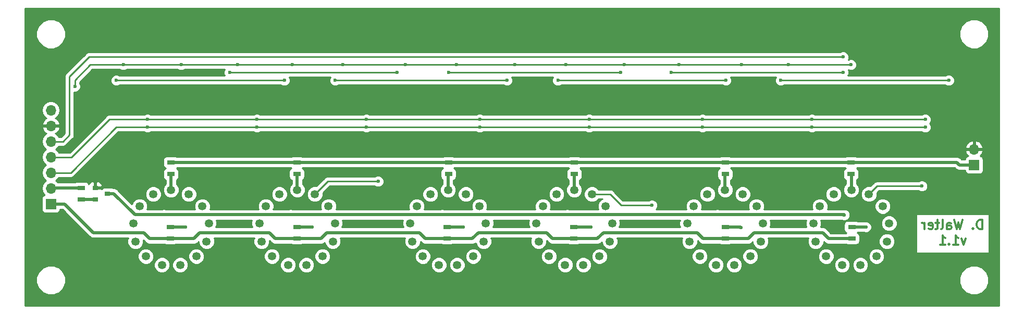
<source format=gbr>
G04 #@! TF.GenerationSoftware,KiCad,Pcbnew,(5.0.1)-4*
G04 #@! TF.CreationDate,2018-12-08T00:32:36+01:00*
G04 #@! TF.ProjectId,IN14_Display,494E31345F446973706C61792E6B6963,rev?*
G04 #@! TF.SameCoordinates,Original*
G04 #@! TF.FileFunction,Copper,L2,Bot,Signal*
G04 #@! TF.FilePolarity,Positive*
%FSLAX46Y46*%
G04 Gerber Fmt 4.6, Leading zero omitted, Abs format (unit mm)*
G04 Created by KiCad (PCBNEW (5.0.1)-4) date 08.12.2018 00:32:36*
%MOMM*%
%LPD*%
G01*
G04 APERTURE LIST*
G04 #@! TA.AperFunction,NonConductor*
%ADD10C,0.300000*%
G04 #@! TD*
G04 #@! TA.AperFunction,ComponentPad*
%ADD11C,1.346200*%
G04 #@! TD*
G04 #@! TA.AperFunction,SMDPad,CuDef*
%ADD12R,1.300000X0.700000*%
G04 #@! TD*
G04 #@! TA.AperFunction,ComponentPad*
%ADD13R,1.700000X1.700000*%
G04 #@! TD*
G04 #@! TA.AperFunction,ComponentPad*
%ADD14O,1.700000X1.700000*%
G04 #@! TD*
G04 #@! TA.AperFunction,SMDPad,CuDef*
%ADD15R,0.900000X0.800000*%
G04 #@! TD*
G04 #@! TA.AperFunction,ViaPad*
%ADD16C,0.600000*%
G04 #@! TD*
G04 #@! TA.AperFunction,Conductor*
%ADD17C,0.250000*%
G04 #@! TD*
G04 #@! TA.AperFunction,Conductor*
%ADD18C,0.500000*%
G04 #@! TD*
G04 #@! TA.AperFunction,Conductor*
%ADD19C,0.254000*%
G04 #@! TD*
G04 APERTURE END LIST*
D10*
X220050714Y-108623571D02*
X220050714Y-107123571D01*
X219693571Y-107123571D01*
X219479285Y-107195000D01*
X219336428Y-107337857D01*
X219265000Y-107480714D01*
X219193571Y-107766428D01*
X219193571Y-107980714D01*
X219265000Y-108266428D01*
X219336428Y-108409285D01*
X219479285Y-108552142D01*
X219693571Y-108623571D01*
X220050714Y-108623571D01*
X218550714Y-108480714D02*
X218479285Y-108552142D01*
X218550714Y-108623571D01*
X218622142Y-108552142D01*
X218550714Y-108480714D01*
X218550714Y-108623571D01*
X216836428Y-107123571D02*
X216479285Y-108623571D01*
X216193571Y-107552142D01*
X215907857Y-108623571D01*
X215550714Y-107123571D01*
X214336428Y-108623571D02*
X214336428Y-107837857D01*
X214407857Y-107695000D01*
X214550714Y-107623571D01*
X214836428Y-107623571D01*
X214979285Y-107695000D01*
X214336428Y-108552142D02*
X214479285Y-108623571D01*
X214836428Y-108623571D01*
X214979285Y-108552142D01*
X215050714Y-108409285D01*
X215050714Y-108266428D01*
X214979285Y-108123571D01*
X214836428Y-108052142D01*
X214479285Y-108052142D01*
X214336428Y-107980714D01*
X213407857Y-108623571D02*
X213550714Y-108552142D01*
X213622142Y-108409285D01*
X213622142Y-107123571D01*
X213050714Y-107623571D02*
X212479285Y-107623571D01*
X212836428Y-107123571D02*
X212836428Y-108409285D01*
X212765000Y-108552142D01*
X212622142Y-108623571D01*
X212479285Y-108623571D01*
X211407857Y-108552142D02*
X211550714Y-108623571D01*
X211836428Y-108623571D01*
X211979285Y-108552142D01*
X212050714Y-108409285D01*
X212050714Y-107837857D01*
X211979285Y-107695000D01*
X211836428Y-107623571D01*
X211550714Y-107623571D01*
X211407857Y-107695000D01*
X211336428Y-107837857D01*
X211336428Y-107980714D01*
X212050714Y-108123571D01*
X210693571Y-108623571D02*
X210693571Y-107623571D01*
X210693571Y-107909285D02*
X210622142Y-107766428D01*
X210550714Y-107695000D01*
X210407857Y-107623571D01*
X210265000Y-107623571D01*
X217407857Y-110173571D02*
X217050714Y-111173571D01*
X216693571Y-110173571D01*
X215336428Y-111173571D02*
X216193571Y-111173571D01*
X215765000Y-111173571D02*
X215765000Y-109673571D01*
X215907857Y-109887857D01*
X216050714Y-110030714D01*
X216193571Y-110102142D01*
X214693571Y-111030714D02*
X214622142Y-111102142D01*
X214693571Y-111173571D01*
X214765000Y-111102142D01*
X214693571Y-111030714D01*
X214693571Y-111173571D01*
X213193571Y-111173571D02*
X214050714Y-111173571D01*
X213622142Y-111173571D02*
X213622142Y-109673571D01*
X213765000Y-109887857D01*
X213907857Y-110030714D01*
X214050714Y-110102142D01*
D11*
G04 #@! TO.P,N6,0*
G04 #@! TO.N,Net-(IC8-Pad7)*
X193704300Y-104919640D03*
G04 #@! TO.P,N6,1*
G04 #@! TO.N,Net-(IC7-Pad6)*
X203889700Y-104919640D03*
G04 #@! TO.P,N6,2*
G04 #@! TO.N,Net-(IC7-Pad7)*
X204941260Y-107690780D03*
G04 #@! TO.P,N6,3*
G04 #@! TO.N,Net-(IC7-Pad14)*
X204583120Y-110629560D03*
G04 #@! TO.P,N6,4*
G04 #@! TO.N,Net-(IC7-Pad15)*
X202901640Y-113067960D03*
G04 #@! TO.P,N6,5*
G04 #@! TO.N,Net-(IC7-Pad16)*
X200277820Y-114444640D03*
G04 #@! TO.P,N6,6*
G04 #@! TO.N,Net-(IC7-Pad17)*
X197316180Y-114444640D03*
G04 #@! TO.P,N6,7*
G04 #@! TO.N,Net-(IC8-Pad4)*
X194692360Y-113067960D03*
G04 #@! TO.P,N6,8*
G04 #@! TO.N,Net-(IC8-Pad5)*
X193010880Y-110629560D03*
G04 #@! TO.P,N6,9*
G04 #@! TO.N,Net-(IC8-Pad6)*
X192652740Y-107690780D03*
G04 #@! TO.P,N6,A*
G04 #@! TO.N,Net-(N6-PadA)*
X198797000Y-102247560D03*
G04 #@! TO.P,N6,LHDP*
G04 #@! TO.N,Net-(N6-PadLHDP)*
X195921720Y-102956220D03*
G04 #@! TO.P,N6,RHDP*
G04 #@! TO.N,Net-(N6-PadRHDP)*
X201672280Y-102956220D03*
G04 #@! TD*
G04 #@! TO.P,N5,0*
G04 #@! TO.N,Net-(IC7-Pad5)*
X173204300Y-104919640D03*
G04 #@! TO.P,N5,1*
G04 #@! TO.N,Net-(IC6-Pad4)*
X183389700Y-104919640D03*
G04 #@! TO.P,N5,2*
G04 #@! TO.N,Net-(IC6-Pad5)*
X184441260Y-107690780D03*
G04 #@! TO.P,N5,3*
G04 #@! TO.N,Net-(IC6-Pad6)*
X184083120Y-110629560D03*
G04 #@! TO.P,N5,4*
G04 #@! TO.N,Net-(IC6-Pad7)*
X182401640Y-113067960D03*
G04 #@! TO.P,N5,5*
G04 #@! TO.N,Net-(IC6-Pad14)*
X179777820Y-114444640D03*
G04 #@! TO.P,N5,6*
G04 #@! TO.N,Net-(IC6-Pad15)*
X176816180Y-114444640D03*
G04 #@! TO.P,N5,7*
G04 #@! TO.N,Net-(IC6-Pad16)*
X174192360Y-113067960D03*
G04 #@! TO.P,N5,8*
G04 #@! TO.N,Net-(IC6-Pad17)*
X172510880Y-110629560D03*
G04 #@! TO.P,N5,9*
G04 #@! TO.N,Net-(IC7-Pad4)*
X172152740Y-107690780D03*
G04 #@! TO.P,N5,A*
G04 #@! TO.N,Net-(N5-PadA)*
X178297000Y-102247560D03*
G04 #@! TO.P,N5,LHDP*
G04 #@! TO.N,Net-(N5-PadLHDP)*
X175421720Y-102956220D03*
G04 #@! TO.P,N5,RHDP*
G04 #@! TO.N,Net-(N5-PadRHDP)*
X181172280Y-102956220D03*
G04 #@! TD*
G04 #@! TO.P,N4,0*
G04 #@! TO.N,Net-(IC5-Pad17)*
X148695100Y-104919640D03*
G04 #@! TO.P,N4,1*
G04 #@! TO.N,Net-(IC4-Pad16)*
X158880500Y-104919640D03*
G04 #@! TO.P,N4,2*
G04 #@! TO.N,Net-(IC4-Pad17)*
X159932060Y-107690780D03*
G04 #@! TO.P,N4,3*
G04 #@! TO.N,Net-(IC5-Pad4)*
X159573920Y-110629560D03*
G04 #@! TO.P,N4,4*
G04 #@! TO.N,Net-(IC5-Pad5)*
X157892440Y-113067960D03*
G04 #@! TO.P,N4,5*
G04 #@! TO.N,Net-(IC5-Pad6)*
X155268620Y-114444640D03*
G04 #@! TO.P,N4,6*
G04 #@! TO.N,Net-(IC5-Pad7)*
X152306980Y-114444640D03*
G04 #@! TO.P,N4,7*
G04 #@! TO.N,Net-(IC5-Pad14)*
X149683160Y-113067960D03*
G04 #@! TO.P,N4,8*
G04 #@! TO.N,Net-(IC5-Pad15)*
X148001680Y-110629560D03*
G04 #@! TO.P,N4,9*
G04 #@! TO.N,Net-(IC5-Pad16)*
X147643540Y-107690780D03*
G04 #@! TO.P,N4,A*
G04 #@! TO.N,Net-(N4-PadA)*
X153787800Y-102247560D03*
G04 #@! TO.P,N4,LHDP*
G04 #@! TO.N,Net-(N4-PadLHDP)*
X150912520Y-102956220D03*
G04 #@! TO.P,N4,RHDP*
G04 #@! TO.N,Net-(N4-PadRHDP)*
X156663080Y-102956220D03*
G04 #@! TD*
G04 #@! TO.P,N3,0*
G04 #@! TO.N,Net-(IC4-Pad15)*
X128195100Y-104919640D03*
G04 #@! TO.P,N3,1*
G04 #@! TO.N,Net-(IC3-Pad14)*
X138380500Y-104919640D03*
G04 #@! TO.P,N3,2*
G04 #@! TO.N,Net-(IC3-Pad15)*
X139432060Y-107690780D03*
G04 #@! TO.P,N3,3*
G04 #@! TO.N,Net-(IC3-Pad16)*
X139073920Y-110629560D03*
G04 #@! TO.P,N3,4*
G04 #@! TO.N,Net-(IC3-Pad17)*
X137392440Y-113067960D03*
G04 #@! TO.P,N3,5*
G04 #@! TO.N,Net-(IC4-Pad4)*
X134768620Y-114444640D03*
G04 #@! TO.P,N3,6*
G04 #@! TO.N,Net-(IC4-Pad5)*
X131806980Y-114444640D03*
G04 #@! TO.P,N3,7*
G04 #@! TO.N,Net-(IC4-Pad6)*
X129183160Y-113067960D03*
G04 #@! TO.P,N3,8*
G04 #@! TO.N,Net-(IC4-Pad7)*
X127501680Y-110629560D03*
G04 #@! TO.P,N3,9*
G04 #@! TO.N,Net-(IC4-Pad14)*
X127143540Y-107690780D03*
G04 #@! TO.P,N3,A*
G04 #@! TO.N,Net-(N3-PadA)*
X133287800Y-102247560D03*
G04 #@! TO.P,N3,LHDP*
G04 #@! TO.N,Net-(N3-PadLHDP)*
X130412520Y-102956220D03*
G04 #@! TO.P,N3,RHDP*
G04 #@! TO.N,Net-(N3-PadRHDP)*
X136163080Y-102956220D03*
G04 #@! TD*
G04 #@! TO.P,N2,0*
G04 #@! TO.N,Net-(IC3-Pad7)*
X103681300Y-104919640D03*
G04 #@! TO.P,N2,1*
G04 #@! TO.N,Net-(IC2-Pad6)*
X113866700Y-104919640D03*
G04 #@! TO.P,N2,2*
G04 #@! TO.N,Net-(IC2-Pad7)*
X114918260Y-107690780D03*
G04 #@! TO.P,N2,3*
G04 #@! TO.N,Net-(IC2-Pad14)*
X114560120Y-110629560D03*
G04 #@! TO.P,N2,4*
G04 #@! TO.N,Net-(IC2-Pad15)*
X112878640Y-113067960D03*
G04 #@! TO.P,N2,5*
G04 #@! TO.N,Net-(IC2-Pad16)*
X110254820Y-114444640D03*
G04 #@! TO.P,N2,6*
G04 #@! TO.N,Net-(IC2-Pad17)*
X107293180Y-114444640D03*
G04 #@! TO.P,N2,7*
G04 #@! TO.N,Net-(IC3-Pad4)*
X104669360Y-113067960D03*
G04 #@! TO.P,N2,8*
G04 #@! TO.N,Net-(IC3-Pad5)*
X102987880Y-110629560D03*
G04 #@! TO.P,N2,9*
G04 #@! TO.N,Net-(IC3-Pad6)*
X102629740Y-107690780D03*
G04 #@! TO.P,N2,A*
G04 #@! TO.N,Net-(N2-PadA)*
X108774000Y-102247560D03*
G04 #@! TO.P,N2,LHDP*
G04 #@! TO.N,Net-(N2-PadLHDP)*
X105898720Y-102956220D03*
G04 #@! TO.P,N2,RHDP*
G04 #@! TO.N,Net-(N2-PadRHDP)*
X111649280Y-102956220D03*
G04 #@! TD*
G04 #@! TO.P,N1,0*
G04 #@! TO.N,Net-(IC2-Pad5)*
X83181300Y-104919640D03*
G04 #@! TO.P,N1,1*
G04 #@! TO.N,Net-(IC1-Pad4)*
X93366700Y-104919640D03*
G04 #@! TO.P,N1,2*
G04 #@! TO.N,Net-(IC1-Pad5)*
X94418260Y-107690780D03*
G04 #@! TO.P,N1,3*
G04 #@! TO.N,Net-(IC1-Pad6)*
X94060120Y-110629560D03*
G04 #@! TO.P,N1,4*
G04 #@! TO.N,Net-(IC1-Pad7)*
X92378640Y-113067960D03*
G04 #@! TO.P,N1,5*
G04 #@! TO.N,Net-(IC1-Pad14)*
X89754820Y-114444640D03*
G04 #@! TO.P,N1,6*
G04 #@! TO.N,Net-(IC1-Pad15)*
X86793180Y-114444640D03*
G04 #@! TO.P,N1,7*
G04 #@! TO.N,Net-(IC1-Pad16)*
X84169360Y-113067960D03*
G04 #@! TO.P,N1,8*
G04 #@! TO.N,Net-(IC1-Pad17)*
X82487880Y-110629560D03*
G04 #@! TO.P,N1,9*
G04 #@! TO.N,Net-(IC2-Pad4)*
X82129740Y-107690780D03*
G04 #@! TO.P,N1,A*
G04 #@! TO.N,Net-(N1-PadA)*
X88274000Y-102247560D03*
G04 #@! TO.P,N1,LHDP*
G04 #@! TO.N,Net-(N1-PadLHDP)*
X85398720Y-102956220D03*
G04 #@! TO.P,N1,RHDP*
G04 #@! TO.N,Net-(N1-PadRHDP)*
X91149280Y-102956220D03*
G04 #@! TD*
D12*
G04 #@! TO.P,R1,1*
G04 #@! TO.N,Net-(P1-Pad1)*
X88265000Y-97790000D03*
G04 #@! TO.P,R1,2*
G04 #@! TO.N,Net-(N1-PadA)*
X88265000Y-99690000D03*
G04 #@! TD*
G04 #@! TO.P,R2,1*
G04 #@! TO.N,Net-(P1-Pad1)*
X108712000Y-97790000D03*
G04 #@! TO.P,R2,2*
G04 #@! TO.N,Net-(N2-PadA)*
X108712000Y-99690000D03*
G04 #@! TD*
G04 #@! TO.P,R3,1*
G04 #@! TO.N,Net-(P1-Pad1)*
X133350000Y-97790000D03*
G04 #@! TO.P,R3,2*
G04 #@! TO.N,Net-(N3-PadA)*
X133350000Y-99690000D03*
G04 #@! TD*
G04 #@! TO.P,R4,1*
G04 #@! TO.N,Net-(P1-Pad1)*
X153797000Y-97790000D03*
G04 #@! TO.P,R4,2*
G04 #@! TO.N,Net-(N4-PadA)*
X153797000Y-99690000D03*
G04 #@! TD*
G04 #@! TO.P,R5,1*
G04 #@! TO.N,Net-(P1-Pad1)*
X178308000Y-97790000D03*
G04 #@! TO.P,R5,2*
G04 #@! TO.N,Net-(N5-PadA)*
X178308000Y-99690000D03*
G04 #@! TD*
G04 #@! TO.P,R6,1*
G04 #@! TO.N,Net-(P1-Pad1)*
X198755000Y-97790000D03*
G04 #@! TO.P,R6,2*
G04 #@! TO.N,Net-(N6-PadA)*
X198755000Y-99690000D03*
G04 #@! TD*
G04 #@! TO.P,R7,1*
G04 #@! TO.N,+12V*
X88138000Y-110170000D03*
G04 #@! TO.P,R7,2*
G04 #@! TO.N,Net-(D1-Pad2)*
X88138000Y-108270000D03*
G04 #@! TD*
G04 #@! TO.P,R8,1*
G04 #@! TO.N,+12V*
X108712000Y-110170000D03*
G04 #@! TO.P,R8,2*
G04 #@! TO.N,Net-(D2-Pad2)*
X108712000Y-108270000D03*
G04 #@! TD*
G04 #@! TO.P,R9,1*
G04 #@! TO.N,+12V*
X133096000Y-110170000D03*
G04 #@! TO.P,R9,2*
G04 #@! TO.N,Net-(D3-Pad2)*
X133096000Y-108270000D03*
G04 #@! TD*
G04 #@! TO.P,R10,1*
G04 #@! TO.N,+12V*
X153670000Y-110170000D03*
G04 #@! TO.P,R10,2*
G04 #@! TO.N,Net-(D4-Pad2)*
X153670000Y-108270000D03*
G04 #@! TD*
G04 #@! TO.P,R11,1*
G04 #@! TO.N,+12V*
X178308000Y-110170000D03*
G04 #@! TO.P,R11,2*
G04 #@! TO.N,Net-(D5-Pad2)*
X178308000Y-108270000D03*
G04 #@! TD*
G04 #@! TO.P,R12,1*
G04 #@! TO.N,+12V*
X198882000Y-110170000D03*
G04 #@! TO.P,R12,2*
G04 #@! TO.N,Net-(D6-Pad2)*
X198882000Y-108270000D03*
G04 #@! TD*
G04 #@! TO.P,R13,1*
G04 #@! TO.N,Net-(Q1-Pad1)*
X73660000Y-103820000D03*
G04 #@! TO.P,R13,2*
G04 #@! TO.N,Net-(J1-Pad2)*
X73660000Y-101920000D03*
G04 #@! TD*
D13*
G04 #@! TO.P,P1,1*
G04 #@! TO.N,Net-(P1-Pad1)*
X218754000Y-98190000D03*
D14*
G04 #@! TO.P,P1,2*
G04 #@! TO.N,GND*
X218754000Y-95650000D03*
G04 #@! TD*
D15*
G04 #@! TO.P,Q1,1*
G04 #@! TO.N,Net-(Q1-Pad1)*
X75962000Y-103820000D03*
G04 #@! TO.P,Q1,2*
G04 #@! TO.N,GND*
X75962000Y-101920000D03*
G04 #@! TO.P,Q1,3*
G04 #@! TO.N,Net-(D1-Pad1)*
X77962000Y-102870000D03*
G04 #@! TD*
D13*
G04 #@! TO.P,J1,1*
G04 #@! TO.N,+12V*
X68754000Y-104540000D03*
D14*
G04 #@! TO.P,J1,2*
G04 #@! TO.N,Net-(J1-Pad2)*
X68754000Y-102000000D03*
G04 #@! TO.P,J1,3*
G04 #@! TO.N,Net-(IC1-Pad12)*
X68754000Y-99460000D03*
G04 #@! TO.P,J1,4*
G04 #@! TO.N,Net-(IC1-Pad13)*
X68754000Y-96920000D03*
G04 #@! TO.P,J1,5*
G04 #@! TO.N,Net-(IC8-Pad3)*
X68754000Y-94380000D03*
G04 #@! TO.P,J1,6*
G04 #@! TO.N,GND*
X68754000Y-91840000D03*
G04 #@! TO.P,J1,7*
G04 #@! TO.N,VCC*
X68754000Y-89300000D03*
G04 #@! TD*
D16*
G04 #@! TO.N,Net-(IC1-Pad12)*
X192405000Y-92075000D03*
X174625000Y-92075000D03*
X156210000Y-92075000D03*
X138430000Y-92075000D03*
X120015000Y-92075000D03*
X102235000Y-92075000D03*
X210820000Y-92075000D03*
X84455000Y-92075000D03*
G04 #@! TO.N,Net-(IC1-Pad13)*
X138430000Y-90805000D03*
X192405000Y-90805000D03*
X174625000Y-90805000D03*
X156210000Y-90805000D03*
X120015000Y-90805000D03*
X102235000Y-90805000D03*
X210820000Y-90805000D03*
X84455000Y-90805000D03*
G04 #@! TO.N,VCC*
X72652501Y-85438413D03*
X89916000Y-81915000D03*
X80518000Y-81915000D03*
X161925000Y-81915000D03*
X188595000Y-81915000D03*
X170815000Y-81915000D03*
X152400000Y-81915000D03*
X134620000Y-81915000D03*
X116205000Y-81915000D03*
X99060000Y-81915000D03*
X144145000Y-81915000D03*
X107950000Y-81915000D03*
X126365000Y-81915000D03*
X180975000Y-81915000D03*
X198755000Y-81915000D03*
G04 #@! TO.N,GND*
X208280000Y-99314000D03*
X208534000Y-96012000D03*
X208534000Y-93218000D03*
X208534000Y-87376000D03*
X65786000Y-107950000D03*
X72136000Y-113284000D03*
X74676000Y-116840000D03*
X214630235Y-115945683D03*
X190754000Y-99314000D03*
X190754000Y-96012000D03*
X190754000Y-93218000D03*
X190754000Y-87376000D03*
X170434000Y-99314000D03*
X172445138Y-96019196D03*
X172466000Y-93218000D03*
X172466000Y-87376000D03*
X154432000Y-96012000D03*
X154432000Y-93218000D03*
X154432000Y-87376000D03*
X137922000Y-99314000D03*
X136398000Y-96012000D03*
X136398000Y-93218000D03*
X136398000Y-87376000D03*
X120904000Y-99314000D03*
X118596006Y-96057864D03*
X118596008Y-87376609D03*
X118618000Y-93218000D03*
X165690836Y-115806047D03*
X165690836Y-112713024D03*
X165714447Y-107920018D03*
X120857718Y-104939867D03*
X120857718Y-107911591D03*
X120857718Y-115756070D03*
X120879569Y-112828047D03*
X101092000Y-96012000D03*
X101092000Y-93218000D03*
X101092000Y-87376000D03*
X77724000Y-99568000D03*
X76454000Y-99568000D03*
X82550000Y-96012000D03*
X82550000Y-93218000D03*
X82550000Y-87376000D03*
X82550000Y-83058000D03*
X214630000Y-112776000D03*
X188722000Y-102616000D03*
X188722000Y-104902000D03*
X188722000Y-107950000D03*
X188722000Y-112776000D03*
X188722000Y-115824000D03*
X143510000Y-104902000D03*
X143510000Y-107950000D03*
X143510000Y-112776000D03*
X143510000Y-115824000D03*
X98298000Y-104902000D03*
X98298000Y-107950000D03*
X98298000Y-112776000D03*
X98298000Y-115824000D03*
X214676000Y-120396000D03*
X209676000Y-120396000D03*
X204676000Y-120396000D03*
X199676000Y-120396000D03*
X194676000Y-120396000D03*
X189676000Y-120396000D03*
X184676000Y-120396000D03*
X179676000Y-120396000D03*
X174676000Y-120396000D03*
X169676000Y-120396000D03*
X164676000Y-120396000D03*
X159676000Y-120396000D03*
X154676000Y-120396000D03*
X149676000Y-120396000D03*
X144676000Y-120396000D03*
X139676000Y-120396000D03*
X134676000Y-120396000D03*
X129676000Y-120396000D03*
X124676000Y-120396000D03*
X119676000Y-120396000D03*
X114676000Y-120396000D03*
X109676000Y-120396000D03*
X104676000Y-120396000D03*
X99676000Y-120396000D03*
X94676000Y-120396000D03*
X89676000Y-120396000D03*
X84676000Y-120396000D03*
X79676000Y-120396000D03*
X74676000Y-120396000D03*
X214676000Y-74422000D03*
X209676000Y-74422000D03*
X204676000Y-74422000D03*
X199676000Y-74422000D03*
X194676000Y-74422000D03*
X189676000Y-74422000D03*
X184676000Y-74422000D03*
X179676000Y-74422000D03*
X174676000Y-74422000D03*
X169676000Y-74422000D03*
X164676000Y-74422000D03*
X159676000Y-74422000D03*
X154676000Y-74422000D03*
X149676000Y-74422000D03*
X144676000Y-74422000D03*
X139676000Y-74422000D03*
X134676000Y-74422000D03*
X129676000Y-74422000D03*
X124676000Y-74422000D03*
X119676000Y-74422000D03*
X114676000Y-74422000D03*
X109676000Y-74422000D03*
X104676000Y-74422000D03*
X99676000Y-74422000D03*
X94676000Y-74422000D03*
X89676000Y-74422000D03*
X84676000Y-74422000D03*
X79676000Y-74422000D03*
X74676000Y-74422000D03*
G04 #@! TO.N,Net-(D1-Pad2)*
X90650159Y-108332823D03*
G04 #@! TO.N,Net-(D1-Pad1)*
X197672695Y-106314744D03*
X87122000Y-106298231D03*
X107696000Y-106298231D03*
X132334000Y-106298231D03*
X152654000Y-106298231D03*
X177038000Y-106298231D03*
G04 #@! TO.N,Net-(D2-Pad2)*
X111218622Y-108286385D03*
G04 #@! TO.N,Net-(D3-Pad2)*
X135751618Y-108325839D03*
G04 #@! TO.N,Net-(D4-Pad2)*
X156463608Y-108311764D03*
G04 #@! TO.N,Net-(D5-Pad2)*
X180846361Y-108342804D03*
G04 #@! TO.N,Net-(D6-Pad2)*
X201188715Y-108290810D03*
G04 #@! TO.N,Net-(IC1-Pad3)*
X106680000Y-84455000D03*
X79375000Y-84455000D03*
G04 #@! TO.N,Net-(N6-PadRHDP)*
X210280246Y-101645689D03*
G04 #@! TO.N,Net-(IC2-Pad3)*
X125017172Y-83148682D03*
X97790000Y-83185000D03*
G04 #@! TO.N,Net-(IC3-Pad3)*
X142875000Y-84455000D03*
X114935000Y-84455000D03*
G04 #@! TO.N,Net-(IC4-Pad3)*
X161290000Y-83185000D03*
X133350000Y-83185000D03*
G04 #@! TO.N,Net-(IC5-Pad3)*
X178435000Y-84455000D03*
X151130000Y-84455000D03*
G04 #@! TO.N,Net-(IC6-Pad3)*
X197485000Y-83185000D03*
X169545000Y-83185000D03*
G04 #@! TO.N,Net-(IC7-Pad3)*
X214630000Y-84455000D03*
X187325000Y-84455000D03*
G04 #@! TO.N,Net-(IC8-Pad3)*
X197485000Y-80645000D03*
G04 #@! TO.N,Net-(N2-PadRHDP)*
X121933074Y-100876805D03*
G04 #@! TO.N,Net-(N4-PadRHDP)*
X166420824Y-104752359D03*
G04 #@! TD*
D17*
G04 #@! TO.N,Net-(IC1-Pad12)*
X68754000Y-99460000D02*
X71998756Y-99460000D01*
X71998756Y-99460000D02*
X79383756Y-92075000D01*
X79383756Y-92075000D02*
X84455000Y-92075000D01*
X174625000Y-92075000D02*
X192405000Y-92075000D01*
X192405000Y-92075000D02*
X210820000Y-92075000D01*
X156210000Y-92075000D02*
X174625000Y-92075000D01*
X138430000Y-92075000D02*
X156210000Y-92075000D01*
X120015000Y-92075000D02*
X138430000Y-92075000D01*
X102235000Y-92075000D02*
X120015000Y-92075000D01*
X84455000Y-92075000D02*
X102235000Y-92075000D01*
G04 #@! TO.N,Net-(IC1-Pad13)*
X68754000Y-96920000D02*
X72121291Y-96920000D01*
X72121291Y-96920000D02*
X78236291Y-90805000D01*
X78236291Y-90805000D02*
X84455000Y-90805000D01*
X120015000Y-90805000D02*
X138430000Y-90805000D01*
X138430000Y-90805000D02*
X156210000Y-90805000D01*
X174625000Y-90805000D02*
X192405000Y-90805000D01*
X192405000Y-90805000D02*
X210820000Y-90805000D01*
X156210000Y-90805000D02*
X174625000Y-90805000D01*
X102235000Y-90805000D02*
X120015000Y-90805000D01*
X84455000Y-90805000D02*
X102235000Y-90805000D01*
G04 #@! TO.N,VCC*
X80518000Y-81915000D02*
X75143630Y-81915000D01*
X75143630Y-81915000D02*
X72647446Y-84411184D01*
X72647446Y-84411184D02*
X72647446Y-85433358D01*
X72647446Y-85433358D02*
X72652501Y-85438413D01*
X99060000Y-81915000D02*
X89916000Y-81915000D01*
X89916000Y-81915000D02*
X80518000Y-81915000D01*
X152400000Y-81915000D02*
X161925000Y-81915000D01*
X161925000Y-81915000D02*
X170815000Y-81915000D01*
X180975000Y-81915000D02*
X188595000Y-81915000D01*
X188595000Y-81915000D02*
X198755000Y-81915000D01*
X170815000Y-81915000D02*
X180975000Y-81915000D01*
X144145000Y-81915000D02*
X152400000Y-81915000D01*
X126365000Y-81915000D02*
X134620000Y-81915000D01*
X134620000Y-81915000D02*
X144145000Y-81915000D01*
X107950000Y-81915000D02*
X116205000Y-81915000D01*
X116205000Y-81915000D02*
X126365000Y-81915000D01*
X99060000Y-81915000D02*
X107950000Y-81915000D01*
G04 #@! TO.N,GND*
X208534000Y-93218000D02*
X208534000Y-96012000D01*
X72136000Y-113284000D02*
X66802000Y-107950000D01*
X66802000Y-107950000D02*
X65786000Y-107950000D01*
X214630000Y-115945448D02*
X214630235Y-115945683D01*
X214630000Y-112776000D02*
X214630000Y-115945448D01*
X190754000Y-93218000D02*
X190754000Y-96012000D01*
X172466000Y-95998334D02*
X172445138Y-96019196D01*
X172466000Y-93218000D02*
X172466000Y-95998334D01*
X154432000Y-93218000D02*
X154432000Y-96012000D01*
X136398000Y-93218000D02*
X136398000Y-96012000D01*
X118618000Y-96035870D02*
X118596006Y-96057864D01*
X118618000Y-93218000D02*
X118618000Y-96035870D01*
X165690836Y-116230311D02*
X165690836Y-115806047D01*
X165690836Y-119381164D02*
X165690836Y-116230311D01*
X164676000Y-120396000D02*
X165690836Y-119381164D01*
X120557719Y-116056069D02*
X120857718Y-115756070D01*
X119676000Y-116937788D02*
X120557719Y-116056069D01*
X119676000Y-120396000D02*
X119676000Y-116937788D01*
X101092000Y-93218000D02*
X101092000Y-96012000D01*
X75962000Y-101920000D02*
X75962000Y-100060000D01*
X75962000Y-100060000D02*
X76454000Y-99568000D01*
X82550000Y-93218000D02*
X82550000Y-96012000D01*
X188722000Y-104902000D02*
X188722000Y-102616000D01*
X189676000Y-120396000D02*
X189676000Y-116778000D01*
X189676000Y-116778000D02*
X188722000Y-115824000D01*
X144676000Y-120396000D02*
X144676000Y-116990000D01*
X144676000Y-116990000D02*
X143510000Y-115824000D01*
X98298000Y-115824000D02*
X98298000Y-112776000D01*
X209676000Y-120396000D02*
X214676000Y-120396000D01*
X204676000Y-120396000D02*
X209676000Y-120396000D01*
X199676000Y-120396000D02*
X204676000Y-120396000D01*
X194676000Y-120396000D02*
X199676000Y-120396000D01*
X189676000Y-120396000D02*
X194676000Y-120396000D01*
X184676000Y-120396000D02*
X189676000Y-120396000D01*
X179676000Y-120396000D02*
X184676000Y-120396000D01*
X174676000Y-120396000D02*
X179676000Y-120396000D01*
X169676000Y-120396000D02*
X174676000Y-120396000D01*
X164676000Y-120396000D02*
X169676000Y-120396000D01*
X159676000Y-120396000D02*
X164676000Y-120396000D01*
X154676000Y-120396000D02*
X159676000Y-120396000D01*
X149676000Y-120396000D02*
X154676000Y-120396000D01*
X144676000Y-120396000D02*
X149676000Y-120396000D01*
X139676000Y-120396000D02*
X144676000Y-120396000D01*
X134676000Y-120396000D02*
X139676000Y-120396000D01*
X129676000Y-120396000D02*
X134676000Y-120396000D01*
X124676000Y-120396000D02*
X129676000Y-120396000D01*
X119676000Y-120396000D02*
X124676000Y-120396000D01*
X114676000Y-120396000D02*
X119676000Y-120396000D01*
X109676000Y-120396000D02*
X114676000Y-120396000D01*
X104676000Y-120396000D02*
X109676000Y-120396000D01*
X99676000Y-120396000D02*
X104676000Y-120396000D01*
X94676000Y-120396000D02*
X99676000Y-120396000D01*
X89676000Y-120396000D02*
X94676000Y-120396000D01*
X84676000Y-120396000D02*
X89676000Y-120396000D01*
X79676000Y-120396000D02*
X84676000Y-120396000D01*
X74676000Y-120396000D02*
X79676000Y-120396000D01*
D18*
X209676000Y-74422000D02*
X214676000Y-74422000D01*
X204676000Y-74422000D02*
X209676000Y-74422000D01*
X199676000Y-74422000D02*
X204676000Y-74422000D01*
X194676000Y-74422000D02*
X199676000Y-74422000D01*
X189676000Y-74422000D02*
X194676000Y-74422000D01*
X184676000Y-74422000D02*
X189676000Y-74422000D01*
X179676000Y-74422000D02*
X184676000Y-74422000D01*
X174676000Y-74422000D02*
X179676000Y-74422000D01*
X169676000Y-74422000D02*
X174676000Y-74422000D01*
X164676000Y-74422000D02*
X169676000Y-74422000D01*
X159676000Y-74422000D02*
X164676000Y-74422000D01*
X154676000Y-74422000D02*
X159676000Y-74422000D01*
X149676000Y-74422000D02*
X154676000Y-74422000D01*
X144676000Y-74422000D02*
X149676000Y-74422000D01*
X139676000Y-74422000D02*
X144676000Y-74422000D01*
X134676000Y-74422000D02*
X139676000Y-74422000D01*
X129676000Y-74422000D02*
X134676000Y-74422000D01*
X124676000Y-74422000D02*
X129676000Y-74422000D01*
X119676000Y-74422000D02*
X124676000Y-74422000D01*
X114676000Y-74422000D02*
X119676000Y-74422000D01*
X109676000Y-74422000D02*
X114676000Y-74422000D01*
X104676000Y-74422000D02*
X109676000Y-74422000D01*
X99676000Y-74422000D02*
X104676000Y-74422000D01*
X94676000Y-74422000D02*
X99676000Y-74422000D01*
X89676000Y-74422000D02*
X94676000Y-74422000D01*
X84676000Y-74422000D02*
X89676000Y-74422000D01*
X79676000Y-74422000D02*
X84676000Y-74422000D01*
X74676000Y-74422000D02*
X79676000Y-74422000D01*
G04 #@! TO.N,Net-(D1-Pad2)*
X88138000Y-108270000D02*
X88190966Y-108322966D01*
X88190966Y-108322966D02*
X90640302Y-108322966D01*
X90640302Y-108322966D02*
X90650159Y-108332823D01*
G04 #@! TO.N,Net-(D1-Pad1)*
X197656182Y-106298231D02*
X197672695Y-106314744D01*
X177038000Y-106298231D02*
X197656182Y-106298231D01*
X82386498Y-106298231D02*
X87122000Y-106298231D01*
X87122000Y-106298231D02*
X107696000Y-106298231D01*
X107696000Y-106298231D02*
X132334000Y-106298231D01*
X132334000Y-106298231D02*
X152654000Y-106298231D01*
X152654000Y-106298231D02*
X177038000Y-106298231D01*
X77962000Y-102870000D02*
X78958267Y-102870000D01*
X78958267Y-102870000D02*
X82386498Y-106298231D01*
G04 #@! TO.N,Net-(D2-Pad2)*
X111202237Y-108270000D02*
X111218622Y-108286385D01*
X108712000Y-108270000D02*
X111202237Y-108270000D01*
G04 #@! TO.N,Net-(D3-Pad2)*
X133096000Y-108270000D02*
X133142893Y-108316893D01*
X133142893Y-108316893D02*
X135742672Y-108316893D01*
X135742672Y-108316893D02*
X135751618Y-108325839D01*
G04 #@! TO.N,Net-(D4-Pad2)*
X153670000Y-108270000D02*
X153714886Y-108314886D01*
X153714886Y-108314886D02*
X156460486Y-108314886D01*
X156460486Y-108314886D02*
X156463608Y-108311764D01*
G04 #@! TO.N,Net-(D5-Pad2)*
X178308000Y-108270000D02*
X178359278Y-108321278D01*
X178359278Y-108321278D02*
X180824835Y-108321278D01*
X180824835Y-108321278D02*
X180846361Y-108342804D01*
G04 #@! TO.N,Net-(D6-Pad2)*
X198882000Y-108270000D02*
X201167905Y-108270000D01*
X201167905Y-108270000D02*
X201188715Y-108290810D01*
D17*
G04 #@! TO.N,Net-(IC1-Pad3)*
X79375000Y-84455000D02*
X106680000Y-84455000D01*
D18*
G04 #@! TO.N,Net-(N1-PadA)*
X88274000Y-102247560D02*
X88274000Y-99699000D01*
X88274000Y-99699000D02*
X88265000Y-99690000D01*
G04 #@! TO.N,Net-(N2-PadA)*
X108774000Y-102247560D02*
X108774000Y-99752000D01*
X108774000Y-99752000D02*
X108712000Y-99690000D01*
G04 #@! TO.N,Net-(N3-PadA)*
X133287800Y-102247560D02*
X133287800Y-99752200D01*
X133287800Y-99752200D02*
X133350000Y-99690000D01*
G04 #@! TO.N,Net-(N4-PadA)*
X153787800Y-102247560D02*
X153787800Y-99699200D01*
X153787800Y-99699200D02*
X153797000Y-99690000D01*
G04 #@! TO.N,Net-(N5-PadA)*
X178297000Y-102247560D02*
X178297000Y-99701000D01*
X178297000Y-99701000D02*
X178308000Y-99690000D01*
G04 #@! TO.N,Net-(N6-PadA)*
X198797000Y-102247560D02*
X198797000Y-99732000D01*
X198797000Y-99732000D02*
X198755000Y-99690000D01*
G04 #@! TO.N,Net-(P1-Pad1)*
X198755000Y-97790000D02*
X215950577Y-97790000D01*
X178308000Y-97790000D02*
X198755000Y-97790000D01*
X153797000Y-97790000D02*
X178308000Y-97790000D01*
X133350000Y-97790000D02*
X153797000Y-97790000D01*
X108712000Y-97790000D02*
X133350000Y-97790000D01*
X88265000Y-97790000D02*
X108712000Y-97790000D01*
X216350577Y-98190000D02*
X215950577Y-97790000D01*
X218754000Y-98190000D02*
X216350577Y-98190000D01*
G04 #@! TO.N,Net-(Q1-Pad1)*
X73660000Y-103820000D02*
X75962000Y-103820000D01*
D17*
G04 #@! TO.N,Net-(N6-PadRHDP)*
X202982811Y-101645689D02*
X210280246Y-101645689D01*
X201672280Y-102956220D02*
X202982811Y-101645689D01*
G04 #@! TO.N,Net-(IC2-Pad3)*
X97790000Y-83185000D02*
X124980854Y-83185000D01*
X124980854Y-83185000D02*
X125017172Y-83148682D01*
G04 #@! TO.N,Net-(IC3-Pad3)*
X114935000Y-84455000D02*
X142875000Y-84455000D01*
G04 #@! TO.N,Net-(IC4-Pad3)*
X133350000Y-83185000D02*
X161290000Y-83185000D01*
G04 #@! TO.N,Net-(IC5-Pad3)*
X151130000Y-84455000D02*
X178435000Y-84455000D01*
G04 #@! TO.N,Net-(IC6-Pad3)*
X169545000Y-83185000D02*
X197485000Y-83185000D01*
G04 #@! TO.N,Net-(IC7-Pad3)*
X187325000Y-84455000D02*
X214630000Y-84455000D01*
G04 #@! TO.N,Net-(IC8-Pad3)*
X197485000Y-80645000D02*
X74930000Y-80645000D01*
X74930000Y-80645000D02*
X71763030Y-83811970D01*
X71763030Y-83811970D02*
X71763030Y-93336970D01*
X71763030Y-93336970D02*
X70720000Y-94380000D01*
X70720000Y-94380000D02*
X68754000Y-94380000D01*
D18*
G04 #@! TO.N,+12V*
X178308000Y-110170000D02*
X182033973Y-110170000D01*
X182033973Y-110170000D02*
X182983973Y-109220000D01*
X182983973Y-109220000D02*
X194157853Y-109220000D01*
X194157853Y-109220000D02*
X195107853Y-110170000D01*
X195107853Y-110170000D02*
X198882000Y-110170000D01*
X133096000Y-110170000D02*
X137238693Y-110170000D01*
X137238693Y-110170000D02*
X138188693Y-109220000D01*
X138188693Y-109220000D02*
X149285227Y-109220000D01*
X149285227Y-109220000D02*
X150235227Y-110170000D01*
X150235227Y-110170000D02*
X153670000Y-110170000D01*
X153670000Y-110170000D02*
X157557474Y-110170000D01*
X157557474Y-110170000D02*
X158507474Y-109220000D01*
X158507474Y-109220000D02*
X173777989Y-109220000D01*
X173777989Y-109220000D02*
X174727989Y-110170000D01*
X174727989Y-110170000D02*
X178308000Y-110170000D01*
X108712000Y-110170000D02*
X112657634Y-110170000D01*
X112657634Y-110170000D02*
X113607634Y-109220000D01*
X113607634Y-109220000D02*
X128646473Y-109220000D01*
X128646473Y-109220000D02*
X129596473Y-110170000D01*
X129596473Y-110170000D02*
X133096000Y-110170000D01*
X88138000Y-110170000D02*
X91985585Y-110170000D01*
X91985585Y-110170000D02*
X92935585Y-109220000D01*
X92935585Y-109220000D02*
X104240071Y-109220000D01*
X105190071Y-110170000D02*
X108712000Y-110170000D01*
X104240071Y-109220000D02*
X105190071Y-110170000D01*
X88138000Y-110170000D02*
X84778391Y-110170000D01*
X84778391Y-110170000D02*
X83828391Y-109220000D01*
X83828391Y-109220000D02*
X75679158Y-109220000D01*
X75679158Y-109220000D02*
X70999158Y-104540000D01*
X70999158Y-104540000D02*
X68754000Y-104540000D01*
D17*
G04 #@! TO.N,Net-(N2-PadRHDP)*
X113728695Y-100876805D02*
X121933074Y-100876805D01*
X111649280Y-102956220D02*
X113728695Y-100876805D01*
G04 #@! TO.N,Net-(N4-PadRHDP)*
X156663080Y-102956220D02*
X159598165Y-102956220D01*
X159598165Y-102956220D02*
X161394304Y-104752359D01*
X161394304Y-104752359D02*
X166420824Y-104752359D01*
D18*
G04 #@! TO.N,Net-(J1-Pad2)*
X73660000Y-101920000D02*
X68834000Y-101920000D01*
X68834000Y-101920000D02*
X68754000Y-102000000D01*
G04 #@! TD*
D19*
G04 #@! TO.N,GND*
G36*
X222758000Y-121094500D02*
X64579500Y-121094500D01*
X64579500Y-116444322D01*
X66370200Y-116444322D01*
X66370200Y-117393158D01*
X66733304Y-118269768D01*
X67404232Y-118940696D01*
X68280842Y-119303800D01*
X69229678Y-119303800D01*
X70106288Y-118940696D01*
X70777216Y-118269768D01*
X71140320Y-117393158D01*
X71140320Y-116444322D01*
X216369900Y-116444322D01*
X216369900Y-117393158D01*
X216733004Y-118269768D01*
X217403932Y-118940696D01*
X218280542Y-119303800D01*
X219229378Y-119303800D01*
X220105988Y-118940696D01*
X220776916Y-118269768D01*
X221140020Y-117393158D01*
X221140020Y-116444322D01*
X220776916Y-115567712D01*
X220105988Y-114896784D01*
X219229378Y-114533680D01*
X218280542Y-114533680D01*
X217403932Y-114896784D01*
X216733004Y-115567712D01*
X216369900Y-116444322D01*
X71140320Y-116444322D01*
X70777216Y-115567712D01*
X70106288Y-114896784D01*
X69229678Y-114533680D01*
X68280842Y-114533680D01*
X67404232Y-114896784D01*
X66733304Y-115567712D01*
X66370200Y-116444322D01*
X64579500Y-116444322D01*
X64579500Y-112807763D01*
X82861260Y-112807763D01*
X82861260Y-113328157D01*
X83060407Y-113808939D01*
X83428381Y-114176913D01*
X83909163Y-114376060D01*
X84429557Y-114376060D01*
X84892160Y-114184443D01*
X85485080Y-114184443D01*
X85485080Y-114704837D01*
X85684227Y-115185619D01*
X86052201Y-115553593D01*
X86532983Y-115752740D01*
X87053377Y-115752740D01*
X87534159Y-115553593D01*
X87902133Y-115185619D01*
X88101280Y-114704837D01*
X88101280Y-114184443D01*
X88446720Y-114184443D01*
X88446720Y-114704837D01*
X88645867Y-115185619D01*
X89013841Y-115553593D01*
X89494623Y-115752740D01*
X90015017Y-115752740D01*
X90495799Y-115553593D01*
X90863773Y-115185619D01*
X91062920Y-114704837D01*
X91062920Y-114184443D01*
X90863773Y-113703661D01*
X90495799Y-113335687D01*
X90015017Y-113136540D01*
X89494623Y-113136540D01*
X89013841Y-113335687D01*
X88645867Y-113703661D01*
X88446720Y-114184443D01*
X88101280Y-114184443D01*
X87902133Y-113703661D01*
X87534159Y-113335687D01*
X87053377Y-113136540D01*
X86532983Y-113136540D01*
X86052201Y-113335687D01*
X85684227Y-113703661D01*
X85485080Y-114184443D01*
X84892160Y-114184443D01*
X84910339Y-114176913D01*
X85278313Y-113808939D01*
X85477460Y-113328157D01*
X85477460Y-112807763D01*
X91070540Y-112807763D01*
X91070540Y-113328157D01*
X91269687Y-113808939D01*
X91637661Y-114176913D01*
X92118443Y-114376060D01*
X92638837Y-114376060D01*
X93119619Y-114176913D01*
X93487593Y-113808939D01*
X93686740Y-113328157D01*
X93686740Y-112807763D01*
X103361260Y-112807763D01*
X103361260Y-113328157D01*
X103560407Y-113808939D01*
X103928381Y-114176913D01*
X104409163Y-114376060D01*
X104929557Y-114376060D01*
X105392160Y-114184443D01*
X105985080Y-114184443D01*
X105985080Y-114704837D01*
X106184227Y-115185619D01*
X106552201Y-115553593D01*
X107032983Y-115752740D01*
X107553377Y-115752740D01*
X108034159Y-115553593D01*
X108402133Y-115185619D01*
X108601280Y-114704837D01*
X108601280Y-114184443D01*
X108946720Y-114184443D01*
X108946720Y-114704837D01*
X109145867Y-115185619D01*
X109513841Y-115553593D01*
X109994623Y-115752740D01*
X110515017Y-115752740D01*
X110995799Y-115553593D01*
X111363773Y-115185619D01*
X111562920Y-114704837D01*
X111562920Y-114184443D01*
X111363773Y-113703661D01*
X110995799Y-113335687D01*
X110515017Y-113136540D01*
X109994623Y-113136540D01*
X109513841Y-113335687D01*
X109145867Y-113703661D01*
X108946720Y-114184443D01*
X108601280Y-114184443D01*
X108402133Y-113703661D01*
X108034159Y-113335687D01*
X107553377Y-113136540D01*
X107032983Y-113136540D01*
X106552201Y-113335687D01*
X106184227Y-113703661D01*
X105985080Y-114184443D01*
X105392160Y-114184443D01*
X105410339Y-114176913D01*
X105778313Y-113808939D01*
X105977460Y-113328157D01*
X105977460Y-112807763D01*
X111570540Y-112807763D01*
X111570540Y-113328157D01*
X111769687Y-113808939D01*
X112137661Y-114176913D01*
X112618443Y-114376060D01*
X113138837Y-114376060D01*
X113619619Y-114176913D01*
X113987593Y-113808939D01*
X114186740Y-113328157D01*
X114186740Y-112807763D01*
X127875060Y-112807763D01*
X127875060Y-113328157D01*
X128074207Y-113808939D01*
X128442181Y-114176913D01*
X128922963Y-114376060D01*
X129443357Y-114376060D01*
X129905960Y-114184443D01*
X130498880Y-114184443D01*
X130498880Y-114704837D01*
X130698027Y-115185619D01*
X131066001Y-115553593D01*
X131546783Y-115752740D01*
X132067177Y-115752740D01*
X132547959Y-115553593D01*
X132915933Y-115185619D01*
X133115080Y-114704837D01*
X133115080Y-114184443D01*
X133460520Y-114184443D01*
X133460520Y-114704837D01*
X133659667Y-115185619D01*
X134027641Y-115553593D01*
X134508423Y-115752740D01*
X135028817Y-115752740D01*
X135509599Y-115553593D01*
X135877573Y-115185619D01*
X136076720Y-114704837D01*
X136076720Y-114184443D01*
X135877573Y-113703661D01*
X135509599Y-113335687D01*
X135028817Y-113136540D01*
X134508423Y-113136540D01*
X134027641Y-113335687D01*
X133659667Y-113703661D01*
X133460520Y-114184443D01*
X133115080Y-114184443D01*
X132915933Y-113703661D01*
X132547959Y-113335687D01*
X132067177Y-113136540D01*
X131546783Y-113136540D01*
X131066001Y-113335687D01*
X130698027Y-113703661D01*
X130498880Y-114184443D01*
X129905960Y-114184443D01*
X129924139Y-114176913D01*
X130292113Y-113808939D01*
X130491260Y-113328157D01*
X130491260Y-112807763D01*
X136084340Y-112807763D01*
X136084340Y-113328157D01*
X136283487Y-113808939D01*
X136651461Y-114176913D01*
X137132243Y-114376060D01*
X137652637Y-114376060D01*
X138133419Y-114176913D01*
X138501393Y-113808939D01*
X138700540Y-113328157D01*
X138700540Y-112807763D01*
X148375060Y-112807763D01*
X148375060Y-113328157D01*
X148574207Y-113808939D01*
X148942181Y-114176913D01*
X149422963Y-114376060D01*
X149943357Y-114376060D01*
X150405960Y-114184443D01*
X150998880Y-114184443D01*
X150998880Y-114704837D01*
X151198027Y-115185619D01*
X151566001Y-115553593D01*
X152046783Y-115752740D01*
X152567177Y-115752740D01*
X153047959Y-115553593D01*
X153415933Y-115185619D01*
X153615080Y-114704837D01*
X153615080Y-114184443D01*
X153960520Y-114184443D01*
X153960520Y-114704837D01*
X154159667Y-115185619D01*
X154527641Y-115553593D01*
X155008423Y-115752740D01*
X155528817Y-115752740D01*
X156009599Y-115553593D01*
X156377573Y-115185619D01*
X156576720Y-114704837D01*
X156576720Y-114184443D01*
X156377573Y-113703661D01*
X156009599Y-113335687D01*
X155528817Y-113136540D01*
X155008423Y-113136540D01*
X154527641Y-113335687D01*
X154159667Y-113703661D01*
X153960520Y-114184443D01*
X153615080Y-114184443D01*
X153415933Y-113703661D01*
X153047959Y-113335687D01*
X152567177Y-113136540D01*
X152046783Y-113136540D01*
X151566001Y-113335687D01*
X151198027Y-113703661D01*
X150998880Y-114184443D01*
X150405960Y-114184443D01*
X150424139Y-114176913D01*
X150792113Y-113808939D01*
X150991260Y-113328157D01*
X150991260Y-112807763D01*
X156584340Y-112807763D01*
X156584340Y-113328157D01*
X156783487Y-113808939D01*
X157151461Y-114176913D01*
X157632243Y-114376060D01*
X158152637Y-114376060D01*
X158633419Y-114176913D01*
X159001393Y-113808939D01*
X159200540Y-113328157D01*
X159200540Y-112807763D01*
X172884260Y-112807763D01*
X172884260Y-113328157D01*
X173083407Y-113808939D01*
X173451381Y-114176913D01*
X173932163Y-114376060D01*
X174452557Y-114376060D01*
X174915160Y-114184443D01*
X175508080Y-114184443D01*
X175508080Y-114704837D01*
X175707227Y-115185619D01*
X176075201Y-115553593D01*
X176555983Y-115752740D01*
X177076377Y-115752740D01*
X177557159Y-115553593D01*
X177925133Y-115185619D01*
X178124280Y-114704837D01*
X178124280Y-114184443D01*
X178469720Y-114184443D01*
X178469720Y-114704837D01*
X178668867Y-115185619D01*
X179036841Y-115553593D01*
X179517623Y-115752740D01*
X180038017Y-115752740D01*
X180518799Y-115553593D01*
X180886773Y-115185619D01*
X181085920Y-114704837D01*
X181085920Y-114184443D01*
X180886773Y-113703661D01*
X180518799Y-113335687D01*
X180038017Y-113136540D01*
X179517623Y-113136540D01*
X179036841Y-113335687D01*
X178668867Y-113703661D01*
X178469720Y-114184443D01*
X178124280Y-114184443D01*
X177925133Y-113703661D01*
X177557159Y-113335687D01*
X177076377Y-113136540D01*
X176555983Y-113136540D01*
X176075201Y-113335687D01*
X175707227Y-113703661D01*
X175508080Y-114184443D01*
X174915160Y-114184443D01*
X174933339Y-114176913D01*
X175301313Y-113808939D01*
X175500460Y-113328157D01*
X175500460Y-112807763D01*
X181093540Y-112807763D01*
X181093540Y-113328157D01*
X181292687Y-113808939D01*
X181660661Y-114176913D01*
X182141443Y-114376060D01*
X182661837Y-114376060D01*
X183142619Y-114176913D01*
X183510593Y-113808939D01*
X183709740Y-113328157D01*
X183709740Y-112807763D01*
X193384260Y-112807763D01*
X193384260Y-113328157D01*
X193583407Y-113808939D01*
X193951381Y-114176913D01*
X194432163Y-114376060D01*
X194952557Y-114376060D01*
X195415160Y-114184443D01*
X196008080Y-114184443D01*
X196008080Y-114704837D01*
X196207227Y-115185619D01*
X196575201Y-115553593D01*
X197055983Y-115752740D01*
X197576377Y-115752740D01*
X198057159Y-115553593D01*
X198425133Y-115185619D01*
X198624280Y-114704837D01*
X198624280Y-114184443D01*
X198969720Y-114184443D01*
X198969720Y-114704837D01*
X199168867Y-115185619D01*
X199536841Y-115553593D01*
X200017623Y-115752740D01*
X200538017Y-115752740D01*
X201018799Y-115553593D01*
X201386773Y-115185619D01*
X201585920Y-114704837D01*
X201585920Y-114184443D01*
X201386773Y-113703661D01*
X201018799Y-113335687D01*
X200538017Y-113136540D01*
X200017623Y-113136540D01*
X199536841Y-113335687D01*
X199168867Y-113703661D01*
X198969720Y-114184443D01*
X198624280Y-114184443D01*
X198425133Y-113703661D01*
X198057159Y-113335687D01*
X197576377Y-113136540D01*
X197055983Y-113136540D01*
X196575201Y-113335687D01*
X196207227Y-113703661D01*
X196008080Y-114184443D01*
X195415160Y-114184443D01*
X195433339Y-114176913D01*
X195801313Y-113808939D01*
X196000460Y-113328157D01*
X196000460Y-112807763D01*
X201593540Y-112807763D01*
X201593540Y-113328157D01*
X201792687Y-113808939D01*
X202160661Y-114176913D01*
X202641443Y-114376060D01*
X203161837Y-114376060D01*
X203642619Y-114176913D01*
X204010593Y-113808939D01*
X204209740Y-113328157D01*
X204209740Y-112807763D01*
X204010593Y-112326981D01*
X203642619Y-111959007D01*
X203161837Y-111759860D01*
X202641443Y-111759860D01*
X202160661Y-111959007D01*
X201792687Y-112326981D01*
X201593540Y-112807763D01*
X196000460Y-112807763D01*
X195801313Y-112326981D01*
X195433339Y-111959007D01*
X194952557Y-111759860D01*
X194432163Y-111759860D01*
X193951381Y-111959007D01*
X193583407Y-112326981D01*
X193384260Y-112807763D01*
X183709740Y-112807763D01*
X183510593Y-112326981D01*
X183142619Y-111959007D01*
X182661837Y-111759860D01*
X182141443Y-111759860D01*
X181660661Y-111959007D01*
X181292687Y-112326981D01*
X181093540Y-112807763D01*
X175500460Y-112807763D01*
X175301313Y-112326981D01*
X174933339Y-111959007D01*
X174452557Y-111759860D01*
X173932163Y-111759860D01*
X173451381Y-111959007D01*
X173083407Y-112326981D01*
X172884260Y-112807763D01*
X159200540Y-112807763D01*
X159001393Y-112326981D01*
X158633419Y-111959007D01*
X158152637Y-111759860D01*
X157632243Y-111759860D01*
X157151461Y-111959007D01*
X156783487Y-112326981D01*
X156584340Y-112807763D01*
X150991260Y-112807763D01*
X150792113Y-112326981D01*
X150424139Y-111959007D01*
X149943357Y-111759860D01*
X149422963Y-111759860D01*
X148942181Y-111959007D01*
X148574207Y-112326981D01*
X148375060Y-112807763D01*
X138700540Y-112807763D01*
X138501393Y-112326981D01*
X138133419Y-111959007D01*
X137652637Y-111759860D01*
X137132243Y-111759860D01*
X136651461Y-111959007D01*
X136283487Y-112326981D01*
X136084340Y-112807763D01*
X130491260Y-112807763D01*
X130292113Y-112326981D01*
X129924139Y-111959007D01*
X129443357Y-111759860D01*
X128922963Y-111759860D01*
X128442181Y-111959007D01*
X128074207Y-112326981D01*
X127875060Y-112807763D01*
X114186740Y-112807763D01*
X113987593Y-112326981D01*
X113619619Y-111959007D01*
X113138837Y-111759860D01*
X112618443Y-111759860D01*
X112137661Y-111959007D01*
X111769687Y-112326981D01*
X111570540Y-112807763D01*
X105977460Y-112807763D01*
X105778313Y-112326981D01*
X105410339Y-111959007D01*
X104929557Y-111759860D01*
X104409163Y-111759860D01*
X103928381Y-111959007D01*
X103560407Y-112326981D01*
X103361260Y-112807763D01*
X93686740Y-112807763D01*
X93487593Y-112326981D01*
X93119619Y-111959007D01*
X92638837Y-111759860D01*
X92118443Y-111759860D01*
X91637661Y-111959007D01*
X91269687Y-112326981D01*
X91070540Y-112807763D01*
X85477460Y-112807763D01*
X85278313Y-112326981D01*
X84910339Y-111959007D01*
X84429557Y-111759860D01*
X83909163Y-111759860D01*
X83428381Y-111959007D01*
X83060407Y-112326981D01*
X82861260Y-112807763D01*
X64579500Y-112807763D01*
X64579500Y-94380000D01*
X67239908Y-94380000D01*
X67355161Y-94959418D01*
X67683375Y-95450625D01*
X67981761Y-95650000D01*
X67683375Y-95849375D01*
X67355161Y-96340582D01*
X67239908Y-96920000D01*
X67355161Y-97499418D01*
X67683375Y-97990625D01*
X67981761Y-98190000D01*
X67683375Y-98389375D01*
X67355161Y-98880582D01*
X67239908Y-99460000D01*
X67355161Y-100039418D01*
X67683375Y-100530625D01*
X67981761Y-100730000D01*
X67683375Y-100929375D01*
X67355161Y-101420582D01*
X67239908Y-102000000D01*
X67355161Y-102579418D01*
X67683375Y-103070625D01*
X67701619Y-103082816D01*
X67656235Y-103091843D01*
X67446191Y-103232191D01*
X67305843Y-103442235D01*
X67256560Y-103690000D01*
X67256560Y-105390000D01*
X67305843Y-105637765D01*
X67446191Y-105847809D01*
X67656235Y-105988157D01*
X67904000Y-106037440D01*
X69604000Y-106037440D01*
X69851765Y-105988157D01*
X70061809Y-105847809D01*
X70202157Y-105637765D01*
X70244478Y-105425000D01*
X70632580Y-105425000D01*
X74991734Y-109784155D01*
X75041109Y-109858049D01*
X75115002Y-109907423D01*
X75115003Y-109907424D01*
X75226038Y-109981615D01*
X75333848Y-110053652D01*
X75591993Y-110105000D01*
X75591997Y-110105000D01*
X75679157Y-110122337D01*
X75766317Y-110105000D01*
X81289283Y-110105000D01*
X81179780Y-110369363D01*
X81179780Y-110889757D01*
X81378927Y-111370539D01*
X81746901Y-111738513D01*
X82227683Y-111937660D01*
X82748077Y-111937660D01*
X83228859Y-111738513D01*
X83596833Y-111370539D01*
X83795980Y-110889757D01*
X83795980Y-110439168D01*
X84090968Y-110734156D01*
X84140342Y-110808049D01*
X84214235Y-110857423D01*
X84214236Y-110857424D01*
X84262626Y-110889757D01*
X84433081Y-111003652D01*
X84691226Y-111055000D01*
X84691230Y-111055000D01*
X84778391Y-111072337D01*
X84865552Y-111055000D01*
X87145715Y-111055000D01*
X87240235Y-111118157D01*
X87488000Y-111167440D01*
X88788000Y-111167440D01*
X89035765Y-111118157D01*
X89130285Y-111055000D01*
X91898424Y-111055000D01*
X91985585Y-111072337D01*
X92072746Y-111055000D01*
X92072750Y-111055000D01*
X92330895Y-111003652D01*
X92623634Y-110808049D01*
X92673010Y-110734153D01*
X92752020Y-110655143D01*
X92752020Y-110889757D01*
X92951167Y-111370539D01*
X93319141Y-111738513D01*
X93799923Y-111937660D01*
X94320317Y-111937660D01*
X94801099Y-111738513D01*
X95169073Y-111370539D01*
X95368220Y-110889757D01*
X95368220Y-110369363D01*
X95258717Y-110105000D01*
X101789283Y-110105000D01*
X101679780Y-110369363D01*
X101679780Y-110889757D01*
X101878927Y-111370539D01*
X102246901Y-111738513D01*
X102727683Y-111937660D01*
X103248077Y-111937660D01*
X103728859Y-111738513D01*
X104096833Y-111370539D01*
X104295980Y-110889757D01*
X104295980Y-110527488D01*
X104502648Y-110734156D01*
X104552022Y-110808049D01*
X104625915Y-110857423D01*
X104625916Y-110857424D01*
X104674306Y-110889757D01*
X104844761Y-111003652D01*
X105102906Y-111055000D01*
X105102910Y-111055000D01*
X105190071Y-111072337D01*
X105277232Y-111055000D01*
X107719715Y-111055000D01*
X107814235Y-111118157D01*
X108062000Y-111167440D01*
X109362000Y-111167440D01*
X109609765Y-111118157D01*
X109704285Y-111055000D01*
X112570473Y-111055000D01*
X112657634Y-111072337D01*
X112744795Y-111055000D01*
X112744799Y-111055000D01*
X113002944Y-111003652D01*
X113252020Y-110837224D01*
X113252020Y-110889757D01*
X113451167Y-111370539D01*
X113819141Y-111738513D01*
X114299923Y-111937660D01*
X114820317Y-111937660D01*
X115301099Y-111738513D01*
X115669073Y-111370539D01*
X115868220Y-110889757D01*
X115868220Y-110369363D01*
X115758717Y-110105000D01*
X126303083Y-110105000D01*
X126193580Y-110369363D01*
X126193580Y-110889757D01*
X126392727Y-111370539D01*
X126760701Y-111738513D01*
X127241483Y-111937660D01*
X127761877Y-111937660D01*
X128242659Y-111738513D01*
X128610633Y-111370539D01*
X128809780Y-110889757D01*
X128809780Y-110634886D01*
X128909050Y-110734156D01*
X128958424Y-110808049D01*
X129032317Y-110857423D01*
X129032318Y-110857424D01*
X129080708Y-110889757D01*
X129251163Y-111003652D01*
X129509308Y-111055000D01*
X129509312Y-111055000D01*
X129596473Y-111072337D01*
X129683634Y-111055000D01*
X132103715Y-111055000D01*
X132198235Y-111118157D01*
X132446000Y-111167440D01*
X133746000Y-111167440D01*
X133993765Y-111118157D01*
X134088285Y-111055000D01*
X137151532Y-111055000D01*
X137238693Y-111072337D01*
X137325854Y-111055000D01*
X137325858Y-111055000D01*
X137584003Y-111003652D01*
X137765820Y-110882165D01*
X137765820Y-110889757D01*
X137964967Y-111370539D01*
X138332941Y-111738513D01*
X138813723Y-111937660D01*
X139334117Y-111937660D01*
X139814899Y-111738513D01*
X140182873Y-111370539D01*
X140382020Y-110889757D01*
X140382020Y-110369363D01*
X140272517Y-110105000D01*
X146803083Y-110105000D01*
X146693580Y-110369363D01*
X146693580Y-110889757D01*
X146892727Y-111370539D01*
X147260701Y-111738513D01*
X147741483Y-111937660D01*
X148261877Y-111937660D01*
X148742659Y-111738513D01*
X149110633Y-111370539D01*
X149309780Y-110889757D01*
X149309780Y-110496132D01*
X149547804Y-110734156D01*
X149597178Y-110808049D01*
X149671071Y-110857423D01*
X149671072Y-110857424D01*
X149719462Y-110889757D01*
X149889917Y-111003652D01*
X150148062Y-111055000D01*
X150148066Y-111055000D01*
X150235227Y-111072337D01*
X150322388Y-111055000D01*
X152677715Y-111055000D01*
X152772235Y-111118157D01*
X153020000Y-111167440D01*
X154320000Y-111167440D01*
X154567765Y-111118157D01*
X154662285Y-111055000D01*
X157470313Y-111055000D01*
X157557474Y-111072337D01*
X157644635Y-111055000D01*
X157644639Y-111055000D01*
X157902784Y-111003652D01*
X158195523Y-110808049D01*
X158244899Y-110734153D01*
X158265820Y-110713232D01*
X158265820Y-110889757D01*
X158464967Y-111370539D01*
X158832941Y-111738513D01*
X159313723Y-111937660D01*
X159834117Y-111937660D01*
X160314899Y-111738513D01*
X160682873Y-111370539D01*
X160882020Y-110889757D01*
X160882020Y-110369363D01*
X160772517Y-110105000D01*
X171312283Y-110105000D01*
X171202780Y-110369363D01*
X171202780Y-110889757D01*
X171401927Y-111370539D01*
X171769901Y-111738513D01*
X172250683Y-111937660D01*
X172771077Y-111937660D01*
X173251859Y-111738513D01*
X173619833Y-111370539D01*
X173818980Y-110889757D01*
X173818980Y-110512570D01*
X174040566Y-110734156D01*
X174089940Y-110808049D01*
X174163833Y-110857423D01*
X174163834Y-110857424D01*
X174212224Y-110889757D01*
X174382679Y-111003652D01*
X174640824Y-111055000D01*
X174640828Y-111055000D01*
X174727989Y-111072337D01*
X174815150Y-111055000D01*
X177315715Y-111055000D01*
X177410235Y-111118157D01*
X177658000Y-111167440D01*
X178958000Y-111167440D01*
X179205765Y-111118157D01*
X179300285Y-111055000D01*
X181946812Y-111055000D01*
X182033973Y-111072337D01*
X182121134Y-111055000D01*
X182121138Y-111055000D01*
X182379283Y-111003652D01*
X182672022Y-110808049D01*
X182721398Y-110734153D01*
X182775020Y-110680531D01*
X182775020Y-110889757D01*
X182974167Y-111370539D01*
X183342141Y-111738513D01*
X183822923Y-111937660D01*
X184343317Y-111937660D01*
X184824099Y-111738513D01*
X185192073Y-111370539D01*
X185391220Y-110889757D01*
X185391220Y-110369363D01*
X185281717Y-110105000D01*
X191812283Y-110105000D01*
X191702780Y-110369363D01*
X191702780Y-110889757D01*
X191901927Y-111370539D01*
X192269901Y-111738513D01*
X192750683Y-111937660D01*
X193271077Y-111937660D01*
X193751859Y-111738513D01*
X194119833Y-111370539D01*
X194318980Y-110889757D01*
X194318980Y-110632706D01*
X194420430Y-110734156D01*
X194469804Y-110808049D01*
X194543697Y-110857423D01*
X194543698Y-110857424D01*
X194592088Y-110889757D01*
X194762543Y-111003652D01*
X195020688Y-111055000D01*
X195020692Y-111055000D01*
X195107853Y-111072337D01*
X195195014Y-111055000D01*
X197889715Y-111055000D01*
X197984235Y-111118157D01*
X198232000Y-111167440D01*
X199532000Y-111167440D01*
X199779765Y-111118157D01*
X199989809Y-110977809D01*
X200130157Y-110767765D01*
X200179440Y-110520000D01*
X200179440Y-110369363D01*
X203275020Y-110369363D01*
X203275020Y-110889757D01*
X203474167Y-111370539D01*
X203842141Y-111738513D01*
X204322923Y-111937660D01*
X204843317Y-111937660D01*
X205324099Y-111738513D01*
X205692073Y-111370539D01*
X205891220Y-110889757D01*
X205891220Y-110369363D01*
X205692073Y-109888581D01*
X205324099Y-109520607D01*
X204843317Y-109321460D01*
X204322923Y-109321460D01*
X203842141Y-109520607D01*
X203474167Y-109888581D01*
X203275020Y-110369363D01*
X200179440Y-110369363D01*
X200179440Y-109820000D01*
X200130157Y-109572235D01*
X199989809Y-109362191D01*
X199779765Y-109221843D01*
X199770500Y-109220000D01*
X199779765Y-109218157D01*
X199874285Y-109155000D01*
X200831781Y-109155000D01*
X201002732Y-109225810D01*
X201374698Y-109225810D01*
X201718350Y-109083465D01*
X201981370Y-108820445D01*
X202123715Y-108476793D01*
X202123715Y-108104827D01*
X201981370Y-107761175D01*
X201718350Y-107498155D01*
X201555217Y-107430583D01*
X203633160Y-107430583D01*
X203633160Y-107950977D01*
X203832307Y-108431759D01*
X204200281Y-108799733D01*
X204681063Y-108998880D01*
X205201457Y-108998880D01*
X205682239Y-108799733D01*
X206050213Y-108431759D01*
X206249360Y-107950977D01*
X206249360Y-107430583D01*
X206050213Y-106949801D01*
X205682239Y-106581827D01*
X205201457Y-106382680D01*
X204681063Y-106382680D01*
X204200281Y-106581827D01*
X203832307Y-106949801D01*
X203633160Y-107430583D01*
X201555217Y-107430583D01*
X201374698Y-107355810D01*
X201002732Y-107355810D01*
X200932261Y-107385000D01*
X199874285Y-107385000D01*
X199779765Y-107321843D01*
X199532000Y-107272560D01*
X198232000Y-107272560D01*
X197984235Y-107321843D01*
X197774191Y-107462191D01*
X197633843Y-107672235D01*
X197584560Y-107920000D01*
X197584560Y-108620000D01*
X197633843Y-108867765D01*
X197774191Y-109077809D01*
X197984235Y-109218157D01*
X197993500Y-109220000D01*
X197984235Y-109221843D01*
X197889715Y-109285000D01*
X195474432Y-109285000D01*
X194845278Y-108655847D01*
X194795902Y-108581951D01*
X194503163Y-108386348D01*
X194245018Y-108335000D01*
X194245014Y-108335000D01*
X194157853Y-108317663D01*
X194070692Y-108335000D01*
X193801772Y-108335000D01*
X193960840Y-107950977D01*
X193960840Y-107430583D01*
X193858383Y-107183231D01*
X197326135Y-107183231D01*
X197486712Y-107249744D01*
X197858678Y-107249744D01*
X198202330Y-107107399D01*
X198465350Y-106844379D01*
X198607695Y-106500727D01*
X198607695Y-106128761D01*
X198465350Y-105785109D01*
X198202330Y-105522089D01*
X197858678Y-105379744D01*
X197486712Y-105379744D01*
X197405867Y-105413231D01*
X194915725Y-105413231D01*
X195012400Y-105179837D01*
X195012400Y-104659443D01*
X202581600Y-104659443D01*
X202581600Y-105179837D01*
X202780747Y-105660619D01*
X203148721Y-106028593D01*
X203629503Y-106227740D01*
X204149897Y-106227740D01*
X204325506Y-106155000D01*
X209337143Y-106155000D01*
X209337143Y-112525000D01*
X221192857Y-112525000D01*
X221192857Y-106155000D01*
X209337143Y-106155000D01*
X204325506Y-106155000D01*
X204630679Y-106028593D01*
X204998653Y-105660619D01*
X205197800Y-105179837D01*
X205197800Y-104659443D01*
X204998653Y-104178661D01*
X204630679Y-103810687D01*
X204149897Y-103611540D01*
X203629503Y-103611540D01*
X203148721Y-103810687D01*
X202780747Y-104178661D01*
X202581600Y-104659443D01*
X195012400Y-104659443D01*
X194813253Y-104178661D01*
X194445279Y-103810687D01*
X193964497Y-103611540D01*
X193444103Y-103611540D01*
X192963321Y-103810687D01*
X192595347Y-104178661D01*
X192396200Y-104659443D01*
X192396200Y-105179837D01*
X192492875Y-105413231D01*
X184601125Y-105413231D01*
X184697800Y-105179837D01*
X184697800Y-104659443D01*
X184498653Y-104178661D01*
X184130679Y-103810687D01*
X183649897Y-103611540D01*
X183129503Y-103611540D01*
X182648721Y-103810687D01*
X182280747Y-104178661D01*
X182081600Y-104659443D01*
X182081600Y-105179837D01*
X182178275Y-105413231D01*
X177344694Y-105413231D01*
X177223983Y-105363231D01*
X176852017Y-105363231D01*
X176731306Y-105413231D01*
X174415725Y-105413231D01*
X174512400Y-105179837D01*
X174512400Y-104659443D01*
X174313253Y-104178661D01*
X173945279Y-103810687D01*
X173464497Y-103611540D01*
X172944103Y-103611540D01*
X172463321Y-103810687D01*
X172095347Y-104178661D01*
X171896200Y-104659443D01*
X171896200Y-105179837D01*
X171992875Y-105413231D01*
X167082242Y-105413231D01*
X167213479Y-105281994D01*
X167355824Y-104938342D01*
X167355824Y-104566376D01*
X167213479Y-104222724D01*
X166950459Y-103959704D01*
X166606807Y-103817359D01*
X166234841Y-103817359D01*
X165891189Y-103959704D01*
X165858534Y-103992359D01*
X161709106Y-103992359D01*
X160412770Y-102696023D01*
X174113620Y-102696023D01*
X174113620Y-103216417D01*
X174312767Y-103697199D01*
X174680741Y-104065173D01*
X175161523Y-104264320D01*
X175681917Y-104264320D01*
X176162699Y-104065173D01*
X176530673Y-103697199D01*
X176729820Y-103216417D01*
X176729820Y-102696023D01*
X176530673Y-102215241D01*
X176162699Y-101847267D01*
X175681917Y-101648120D01*
X175161523Y-101648120D01*
X174680741Y-101847267D01*
X174312767Y-102215241D01*
X174113620Y-102696023D01*
X160412770Y-102696023D01*
X160188496Y-102471750D01*
X160146094Y-102408291D01*
X159894702Y-102240316D01*
X159673017Y-102196220D01*
X159673012Y-102196220D01*
X159598165Y-102181332D01*
X159523318Y-102196220D01*
X157753012Y-102196220D01*
X157404059Y-101847267D01*
X156923277Y-101648120D01*
X156402883Y-101648120D01*
X155922101Y-101847267D01*
X155554127Y-102215241D01*
X155354980Y-102696023D01*
X155354980Y-103216417D01*
X155554127Y-103697199D01*
X155922101Y-104065173D01*
X156402883Y-104264320D01*
X156923277Y-104264320D01*
X157404059Y-104065173D01*
X157753012Y-103716220D01*
X158367584Y-103716220D01*
X158139521Y-103810687D01*
X157771547Y-104178661D01*
X157572400Y-104659443D01*
X157572400Y-105179837D01*
X157669075Y-105413231D01*
X152960694Y-105413231D01*
X152839983Y-105363231D01*
X152468017Y-105363231D01*
X152347306Y-105413231D01*
X149906525Y-105413231D01*
X150003200Y-105179837D01*
X150003200Y-104659443D01*
X149804053Y-104178661D01*
X149436079Y-103810687D01*
X148955297Y-103611540D01*
X148434903Y-103611540D01*
X147954121Y-103810687D01*
X147586147Y-104178661D01*
X147387000Y-104659443D01*
X147387000Y-105179837D01*
X147483675Y-105413231D01*
X139591925Y-105413231D01*
X139688600Y-105179837D01*
X139688600Y-104659443D01*
X139489453Y-104178661D01*
X139121479Y-103810687D01*
X138640697Y-103611540D01*
X138120303Y-103611540D01*
X137639521Y-103810687D01*
X137271547Y-104178661D01*
X137072400Y-104659443D01*
X137072400Y-105179837D01*
X137169075Y-105413231D01*
X132640694Y-105413231D01*
X132519983Y-105363231D01*
X132148017Y-105363231D01*
X132027306Y-105413231D01*
X129406525Y-105413231D01*
X129503200Y-105179837D01*
X129503200Y-104659443D01*
X129304053Y-104178661D01*
X128936079Y-103810687D01*
X128455297Y-103611540D01*
X127934903Y-103611540D01*
X127454121Y-103810687D01*
X127086147Y-104178661D01*
X126887000Y-104659443D01*
X126887000Y-105179837D01*
X126983675Y-105413231D01*
X115078125Y-105413231D01*
X115174800Y-105179837D01*
X115174800Y-104659443D01*
X114975653Y-104178661D01*
X114607679Y-103810687D01*
X114126897Y-103611540D01*
X113606503Y-103611540D01*
X113125721Y-103810687D01*
X112757747Y-104178661D01*
X112558600Y-104659443D01*
X112558600Y-105179837D01*
X112655275Y-105413231D01*
X108002694Y-105413231D01*
X107881983Y-105363231D01*
X107510017Y-105363231D01*
X107389306Y-105413231D01*
X104892725Y-105413231D01*
X104989400Y-105179837D01*
X104989400Y-104659443D01*
X104790253Y-104178661D01*
X104422279Y-103810687D01*
X103941497Y-103611540D01*
X103421103Y-103611540D01*
X102940321Y-103810687D01*
X102572347Y-104178661D01*
X102373200Y-104659443D01*
X102373200Y-105179837D01*
X102469875Y-105413231D01*
X94578125Y-105413231D01*
X94674800Y-105179837D01*
X94674800Y-104659443D01*
X94475653Y-104178661D01*
X94107679Y-103810687D01*
X93626897Y-103611540D01*
X93106503Y-103611540D01*
X92625721Y-103810687D01*
X92257747Y-104178661D01*
X92058600Y-104659443D01*
X92058600Y-105179837D01*
X92155275Y-105413231D01*
X87428694Y-105413231D01*
X87307983Y-105363231D01*
X86936017Y-105363231D01*
X86815306Y-105413231D01*
X84392725Y-105413231D01*
X84489400Y-105179837D01*
X84489400Y-104659443D01*
X84290253Y-104178661D01*
X83922279Y-103810687D01*
X83441497Y-103611540D01*
X82921103Y-103611540D01*
X82440321Y-103810687D01*
X82072347Y-104178661D01*
X81910131Y-104570285D01*
X80035869Y-102696023D01*
X84090620Y-102696023D01*
X84090620Y-103216417D01*
X84289767Y-103697199D01*
X84657741Y-104065173D01*
X85138523Y-104264320D01*
X85658917Y-104264320D01*
X86139699Y-104065173D01*
X86507673Y-103697199D01*
X86706820Y-103216417D01*
X86706820Y-102696023D01*
X86507673Y-102215241D01*
X86279795Y-101987363D01*
X86965900Y-101987363D01*
X86965900Y-102507757D01*
X87165047Y-102988539D01*
X87533021Y-103356513D01*
X88013803Y-103555660D01*
X88534197Y-103555660D01*
X89014979Y-103356513D01*
X89382953Y-102988539D01*
X89504117Y-102696023D01*
X89841180Y-102696023D01*
X89841180Y-103216417D01*
X90040327Y-103697199D01*
X90408301Y-104065173D01*
X90889083Y-104264320D01*
X91409477Y-104264320D01*
X91890259Y-104065173D01*
X92258233Y-103697199D01*
X92457380Y-103216417D01*
X92457380Y-102696023D01*
X104590620Y-102696023D01*
X104590620Y-103216417D01*
X104789767Y-103697199D01*
X105157741Y-104065173D01*
X105638523Y-104264320D01*
X106158917Y-104264320D01*
X106639699Y-104065173D01*
X107007673Y-103697199D01*
X107206820Y-103216417D01*
X107206820Y-102696023D01*
X107007673Y-102215241D01*
X106639699Y-101847267D01*
X106158917Y-101648120D01*
X105638523Y-101648120D01*
X105157741Y-101847267D01*
X104789767Y-102215241D01*
X104590620Y-102696023D01*
X92457380Y-102696023D01*
X92258233Y-102215241D01*
X91890259Y-101847267D01*
X91409477Y-101648120D01*
X90889083Y-101648120D01*
X90408301Y-101847267D01*
X90040327Y-102215241D01*
X89841180Y-102696023D01*
X89504117Y-102696023D01*
X89582100Y-102507757D01*
X89582100Y-101987363D01*
X89382953Y-101506581D01*
X89159000Y-101282628D01*
X89159000Y-100638906D01*
X89162765Y-100638157D01*
X89372809Y-100497809D01*
X89513157Y-100287765D01*
X89562440Y-100040000D01*
X89562440Y-99340000D01*
X89513157Y-99092235D01*
X89372809Y-98882191D01*
X89162765Y-98741843D01*
X89153500Y-98740000D01*
X89162765Y-98738157D01*
X89257285Y-98675000D01*
X107719715Y-98675000D01*
X107814235Y-98738157D01*
X107823500Y-98740000D01*
X107814235Y-98741843D01*
X107604191Y-98882191D01*
X107463843Y-99092235D01*
X107414560Y-99340000D01*
X107414560Y-100040000D01*
X107463843Y-100287765D01*
X107604191Y-100497809D01*
X107814235Y-100638157D01*
X107889001Y-100653029D01*
X107889000Y-101282628D01*
X107665047Y-101506581D01*
X107465900Y-101987363D01*
X107465900Y-102507757D01*
X107665047Y-102988539D01*
X108033021Y-103356513D01*
X108513803Y-103555660D01*
X109034197Y-103555660D01*
X109514979Y-103356513D01*
X109882953Y-102988539D01*
X110004117Y-102696023D01*
X110341180Y-102696023D01*
X110341180Y-103216417D01*
X110540327Y-103697199D01*
X110908301Y-104065173D01*
X111389083Y-104264320D01*
X111909477Y-104264320D01*
X112390259Y-104065173D01*
X112758233Y-103697199D01*
X112957380Y-103216417D01*
X112957380Y-102722921D01*
X112984278Y-102696023D01*
X129104420Y-102696023D01*
X129104420Y-103216417D01*
X129303567Y-103697199D01*
X129671541Y-104065173D01*
X130152323Y-104264320D01*
X130672717Y-104264320D01*
X131153499Y-104065173D01*
X131521473Y-103697199D01*
X131720620Y-103216417D01*
X131720620Y-102696023D01*
X131521473Y-102215241D01*
X131153499Y-101847267D01*
X130672717Y-101648120D01*
X130152323Y-101648120D01*
X129671541Y-101847267D01*
X129303567Y-102215241D01*
X129104420Y-102696023D01*
X112984278Y-102696023D01*
X114043497Y-101636805D01*
X121370784Y-101636805D01*
X121403439Y-101669460D01*
X121747091Y-101811805D01*
X122119057Y-101811805D01*
X122462709Y-101669460D01*
X122725729Y-101406440D01*
X122868074Y-101062788D01*
X122868074Y-100690822D01*
X122725729Y-100347170D01*
X122462709Y-100084150D01*
X122119057Y-99941805D01*
X121747091Y-99941805D01*
X121403439Y-100084150D01*
X121370784Y-100116805D01*
X113803542Y-100116805D01*
X113728695Y-100101917D01*
X113653848Y-100116805D01*
X113653843Y-100116805D01*
X113432158Y-100160901D01*
X113180766Y-100328876D01*
X113138366Y-100392332D01*
X111882579Y-101648120D01*
X111389083Y-101648120D01*
X110908301Y-101847267D01*
X110540327Y-102215241D01*
X110341180Y-102696023D01*
X110004117Y-102696023D01*
X110082100Y-102507757D01*
X110082100Y-101987363D01*
X109882953Y-101506581D01*
X109659000Y-101282628D01*
X109659000Y-100605259D01*
X109819809Y-100497809D01*
X109960157Y-100287765D01*
X110009440Y-100040000D01*
X110009440Y-99340000D01*
X109960157Y-99092235D01*
X109819809Y-98882191D01*
X109609765Y-98741843D01*
X109600500Y-98740000D01*
X109609765Y-98738157D01*
X109704285Y-98675000D01*
X132357715Y-98675000D01*
X132452235Y-98738157D01*
X132461500Y-98740000D01*
X132452235Y-98741843D01*
X132242191Y-98882191D01*
X132101843Y-99092235D01*
X132052560Y-99340000D01*
X132052560Y-100040000D01*
X132101843Y-100287765D01*
X132242191Y-100497809D01*
X132402801Y-100605126D01*
X132402800Y-101282628D01*
X132178847Y-101506581D01*
X131979700Y-101987363D01*
X131979700Y-102507757D01*
X132178847Y-102988539D01*
X132546821Y-103356513D01*
X133027603Y-103555660D01*
X133547997Y-103555660D01*
X134028779Y-103356513D01*
X134396753Y-102988539D01*
X134517917Y-102696023D01*
X134854980Y-102696023D01*
X134854980Y-103216417D01*
X135054127Y-103697199D01*
X135422101Y-104065173D01*
X135902883Y-104264320D01*
X136423277Y-104264320D01*
X136904059Y-104065173D01*
X137272033Y-103697199D01*
X137471180Y-103216417D01*
X137471180Y-102696023D01*
X149604420Y-102696023D01*
X149604420Y-103216417D01*
X149803567Y-103697199D01*
X150171541Y-104065173D01*
X150652323Y-104264320D01*
X151172717Y-104264320D01*
X151653499Y-104065173D01*
X152021473Y-103697199D01*
X152220620Y-103216417D01*
X152220620Y-102696023D01*
X152021473Y-102215241D01*
X151653499Y-101847267D01*
X151172717Y-101648120D01*
X150652323Y-101648120D01*
X150171541Y-101847267D01*
X149803567Y-102215241D01*
X149604420Y-102696023D01*
X137471180Y-102696023D01*
X137272033Y-102215241D01*
X136904059Y-101847267D01*
X136423277Y-101648120D01*
X135902883Y-101648120D01*
X135422101Y-101847267D01*
X135054127Y-102215241D01*
X134854980Y-102696023D01*
X134517917Y-102696023D01*
X134595900Y-102507757D01*
X134595900Y-101987363D01*
X134396753Y-101506581D01*
X134172800Y-101282628D01*
X134172800Y-100653068D01*
X134247765Y-100638157D01*
X134457809Y-100497809D01*
X134598157Y-100287765D01*
X134647440Y-100040000D01*
X134647440Y-99340000D01*
X134598157Y-99092235D01*
X134457809Y-98882191D01*
X134247765Y-98741843D01*
X134238500Y-98740000D01*
X134247765Y-98738157D01*
X134342285Y-98675000D01*
X152804715Y-98675000D01*
X152899235Y-98738157D01*
X152908500Y-98740000D01*
X152899235Y-98741843D01*
X152689191Y-98882191D01*
X152548843Y-99092235D01*
X152499560Y-99340000D01*
X152499560Y-100040000D01*
X152548843Y-100287765D01*
X152689191Y-100497809D01*
X152899235Y-100638157D01*
X152902801Y-100638866D01*
X152902800Y-101282628D01*
X152678847Y-101506581D01*
X152479700Y-101987363D01*
X152479700Y-102507757D01*
X152678847Y-102988539D01*
X153046821Y-103356513D01*
X153527603Y-103555660D01*
X154047997Y-103555660D01*
X154528779Y-103356513D01*
X154896753Y-102988539D01*
X155095900Y-102507757D01*
X155095900Y-101987363D01*
X154896753Y-101506581D01*
X154672800Y-101282628D01*
X154672800Y-100642526D01*
X154694765Y-100638157D01*
X154904809Y-100497809D01*
X155045157Y-100287765D01*
X155094440Y-100040000D01*
X155094440Y-99340000D01*
X155045157Y-99092235D01*
X154904809Y-98882191D01*
X154694765Y-98741843D01*
X154685500Y-98740000D01*
X154694765Y-98738157D01*
X154789285Y-98675000D01*
X177315715Y-98675000D01*
X177410235Y-98738157D01*
X177419500Y-98740000D01*
X177410235Y-98741843D01*
X177200191Y-98882191D01*
X177059843Y-99092235D01*
X177010560Y-99340000D01*
X177010560Y-100040000D01*
X177059843Y-100287765D01*
X177200191Y-100497809D01*
X177410235Y-100638157D01*
X177412001Y-100638508D01*
X177412000Y-101282628D01*
X177188047Y-101506581D01*
X176988900Y-101987363D01*
X176988900Y-102507757D01*
X177188047Y-102988539D01*
X177556021Y-103356513D01*
X178036803Y-103555660D01*
X178557197Y-103555660D01*
X179037979Y-103356513D01*
X179405953Y-102988539D01*
X179527117Y-102696023D01*
X179864180Y-102696023D01*
X179864180Y-103216417D01*
X180063327Y-103697199D01*
X180431301Y-104065173D01*
X180912083Y-104264320D01*
X181432477Y-104264320D01*
X181913259Y-104065173D01*
X182281233Y-103697199D01*
X182480380Y-103216417D01*
X182480380Y-102696023D01*
X194613620Y-102696023D01*
X194613620Y-103216417D01*
X194812767Y-103697199D01*
X195180741Y-104065173D01*
X195661523Y-104264320D01*
X196181917Y-104264320D01*
X196662699Y-104065173D01*
X197030673Y-103697199D01*
X197229820Y-103216417D01*
X197229820Y-102696023D01*
X197030673Y-102215241D01*
X196662699Y-101847267D01*
X196181917Y-101648120D01*
X195661523Y-101648120D01*
X195180741Y-101847267D01*
X194812767Y-102215241D01*
X194613620Y-102696023D01*
X182480380Y-102696023D01*
X182281233Y-102215241D01*
X181913259Y-101847267D01*
X181432477Y-101648120D01*
X180912083Y-101648120D01*
X180431301Y-101847267D01*
X180063327Y-102215241D01*
X179864180Y-102696023D01*
X179527117Y-102696023D01*
X179605100Y-102507757D01*
X179605100Y-101987363D01*
X179405953Y-101506581D01*
X179182000Y-101282628D01*
X179182000Y-100642884D01*
X179205765Y-100638157D01*
X179415809Y-100497809D01*
X179556157Y-100287765D01*
X179605440Y-100040000D01*
X179605440Y-99340000D01*
X179556157Y-99092235D01*
X179415809Y-98882191D01*
X179205765Y-98741843D01*
X179196500Y-98740000D01*
X179205765Y-98738157D01*
X179300285Y-98675000D01*
X197762715Y-98675000D01*
X197857235Y-98738157D01*
X197866500Y-98740000D01*
X197857235Y-98741843D01*
X197647191Y-98882191D01*
X197506843Y-99092235D01*
X197457560Y-99340000D01*
X197457560Y-100040000D01*
X197506843Y-100287765D01*
X197647191Y-100497809D01*
X197857235Y-100638157D01*
X197912001Y-100649050D01*
X197912000Y-101282628D01*
X197688047Y-101506581D01*
X197488900Y-101987363D01*
X197488900Y-102507757D01*
X197688047Y-102988539D01*
X198056021Y-103356513D01*
X198536803Y-103555660D01*
X199057197Y-103555660D01*
X199537979Y-103356513D01*
X199905953Y-102988539D01*
X200027117Y-102696023D01*
X200364180Y-102696023D01*
X200364180Y-103216417D01*
X200563327Y-103697199D01*
X200931301Y-104065173D01*
X201412083Y-104264320D01*
X201932477Y-104264320D01*
X202413259Y-104065173D01*
X202781233Y-103697199D01*
X202980380Y-103216417D01*
X202980380Y-102722922D01*
X203297613Y-102405689D01*
X209717956Y-102405689D01*
X209750611Y-102438344D01*
X210094263Y-102580689D01*
X210466229Y-102580689D01*
X210809881Y-102438344D01*
X211072901Y-102175324D01*
X211215246Y-101831672D01*
X211215246Y-101459706D01*
X211072901Y-101116054D01*
X210809881Y-100853034D01*
X210466229Y-100710689D01*
X210094263Y-100710689D01*
X209750611Y-100853034D01*
X209717956Y-100885689D01*
X203057659Y-100885689D01*
X202982811Y-100870801D01*
X202907963Y-100885689D01*
X202907959Y-100885689D01*
X202734416Y-100920209D01*
X202686273Y-100929785D01*
X202499229Y-101054765D01*
X202434882Y-101097760D01*
X202392482Y-101161216D01*
X201905578Y-101648120D01*
X201412083Y-101648120D01*
X200931301Y-101847267D01*
X200563327Y-102215241D01*
X200364180Y-102696023D01*
X200027117Y-102696023D01*
X200105100Y-102507757D01*
X200105100Y-101987363D01*
X199905953Y-101506581D01*
X199682000Y-101282628D01*
X199682000Y-100618623D01*
X199862809Y-100497809D01*
X200003157Y-100287765D01*
X200052440Y-100040000D01*
X200052440Y-99340000D01*
X200003157Y-99092235D01*
X199862809Y-98882191D01*
X199652765Y-98741843D01*
X199643500Y-98740000D01*
X199652765Y-98738157D01*
X199747285Y-98675000D01*
X215583999Y-98675000D01*
X215663152Y-98754153D01*
X215712528Y-98828049D01*
X216005267Y-99023652D01*
X216263412Y-99075000D01*
X216263416Y-99075000D01*
X216350576Y-99092337D01*
X216437736Y-99075000D01*
X217263522Y-99075000D01*
X217305843Y-99287765D01*
X217446191Y-99497809D01*
X217656235Y-99638157D01*
X217904000Y-99687440D01*
X219604000Y-99687440D01*
X219851765Y-99638157D01*
X220061809Y-99497809D01*
X220202157Y-99287765D01*
X220251440Y-99040000D01*
X220251440Y-97340000D01*
X220202157Y-97092235D01*
X220061809Y-96882191D01*
X219851765Y-96741843D01*
X219748292Y-96721261D01*
X220025645Y-96416924D01*
X220195476Y-96006890D01*
X220074155Y-95777000D01*
X218881000Y-95777000D01*
X218881000Y-95797000D01*
X218627000Y-95797000D01*
X218627000Y-95777000D01*
X217433845Y-95777000D01*
X217312524Y-96006890D01*
X217482355Y-96416924D01*
X217759708Y-96721261D01*
X217656235Y-96741843D01*
X217446191Y-96882191D01*
X217305843Y-97092235D01*
X217263522Y-97305000D01*
X216717155Y-97305000D01*
X216638002Y-97225847D01*
X216588626Y-97151951D01*
X216295887Y-96956348D01*
X216037742Y-96905000D01*
X216037738Y-96905000D01*
X215950577Y-96887663D01*
X215863416Y-96905000D01*
X199747285Y-96905000D01*
X199652765Y-96841843D01*
X199405000Y-96792560D01*
X198105000Y-96792560D01*
X197857235Y-96841843D01*
X197762715Y-96905000D01*
X179300285Y-96905000D01*
X179205765Y-96841843D01*
X178958000Y-96792560D01*
X177658000Y-96792560D01*
X177410235Y-96841843D01*
X177315715Y-96905000D01*
X154789285Y-96905000D01*
X154694765Y-96841843D01*
X154447000Y-96792560D01*
X153147000Y-96792560D01*
X152899235Y-96841843D01*
X152804715Y-96905000D01*
X134342285Y-96905000D01*
X134247765Y-96841843D01*
X134000000Y-96792560D01*
X132700000Y-96792560D01*
X132452235Y-96841843D01*
X132357715Y-96905000D01*
X109704285Y-96905000D01*
X109609765Y-96841843D01*
X109362000Y-96792560D01*
X108062000Y-96792560D01*
X107814235Y-96841843D01*
X107719715Y-96905000D01*
X89257285Y-96905000D01*
X89162765Y-96841843D01*
X88915000Y-96792560D01*
X87615000Y-96792560D01*
X87367235Y-96841843D01*
X87157191Y-96982191D01*
X87016843Y-97192235D01*
X86967560Y-97440000D01*
X86967560Y-98140000D01*
X87016843Y-98387765D01*
X87157191Y-98597809D01*
X87367235Y-98738157D01*
X87376500Y-98740000D01*
X87367235Y-98741843D01*
X87157191Y-98882191D01*
X87016843Y-99092235D01*
X86967560Y-99340000D01*
X86967560Y-100040000D01*
X87016843Y-100287765D01*
X87157191Y-100497809D01*
X87367235Y-100638157D01*
X87389001Y-100642486D01*
X87389000Y-101282628D01*
X87165047Y-101506581D01*
X86965900Y-101987363D01*
X86279795Y-101987363D01*
X86139699Y-101847267D01*
X85658917Y-101648120D01*
X85138523Y-101648120D01*
X84657741Y-101847267D01*
X84289767Y-102215241D01*
X84090620Y-102696023D01*
X80035869Y-102696023D01*
X79645692Y-102305847D01*
X79596316Y-102231951D01*
X79303577Y-102036348D01*
X79045432Y-101985000D01*
X79045428Y-101985000D01*
X78958267Y-101967663D01*
X78871106Y-101985000D01*
X78829115Y-101985000D01*
X78659765Y-101871843D01*
X78412000Y-101822560D01*
X77512000Y-101822560D01*
X77264235Y-101871843D01*
X77054191Y-102012191D01*
X76973781Y-102132531D01*
X76888250Y-102047000D01*
X76089000Y-102047000D01*
X76089000Y-102067000D01*
X75835000Y-102067000D01*
X75835000Y-102047000D01*
X75815000Y-102047000D01*
X75815000Y-101793000D01*
X75835000Y-101793000D01*
X75835000Y-101043750D01*
X76089000Y-101043750D01*
X76089000Y-101793000D01*
X76888250Y-101793000D01*
X77047000Y-101634250D01*
X77047000Y-101393690D01*
X76950327Y-101160301D01*
X76771698Y-100981673D01*
X76538309Y-100885000D01*
X76247750Y-100885000D01*
X76089000Y-101043750D01*
X75835000Y-101043750D01*
X75676250Y-100885000D01*
X75385691Y-100885000D01*
X75152302Y-100981673D01*
X74973673Y-101160301D01*
X74907194Y-101320794D01*
X74767809Y-101112191D01*
X74557765Y-100971843D01*
X74310000Y-100922560D01*
X73010000Y-100922560D01*
X72762235Y-100971843D01*
X72667715Y-101035000D01*
X69895201Y-101035000D01*
X69824625Y-100929375D01*
X69526239Y-100730000D01*
X69824625Y-100530625D01*
X70032178Y-100220000D01*
X71923909Y-100220000D01*
X71998756Y-100234888D01*
X72073603Y-100220000D01*
X72073608Y-100220000D01*
X72295293Y-100175904D01*
X72546685Y-100007929D01*
X72589087Y-99944470D01*
X77240447Y-95293110D01*
X217312524Y-95293110D01*
X217433845Y-95523000D01*
X218627000Y-95523000D01*
X218627000Y-94329181D01*
X218881000Y-94329181D01*
X218881000Y-95523000D01*
X220074155Y-95523000D01*
X220195476Y-95293110D01*
X220025645Y-94883076D01*
X219635358Y-94454817D01*
X219110892Y-94208514D01*
X218881000Y-94329181D01*
X218627000Y-94329181D01*
X218397108Y-94208514D01*
X217872642Y-94454817D01*
X217482355Y-94883076D01*
X217312524Y-95293110D01*
X77240447Y-95293110D01*
X79698558Y-92835000D01*
X83892710Y-92835000D01*
X83925365Y-92867655D01*
X84269017Y-93010000D01*
X84640983Y-93010000D01*
X84984635Y-92867655D01*
X85017290Y-92835000D01*
X101672710Y-92835000D01*
X101705365Y-92867655D01*
X102049017Y-93010000D01*
X102420983Y-93010000D01*
X102764635Y-92867655D01*
X102797290Y-92835000D01*
X119452710Y-92835000D01*
X119485365Y-92867655D01*
X119829017Y-93010000D01*
X120200983Y-93010000D01*
X120544635Y-92867655D01*
X120577290Y-92835000D01*
X137867710Y-92835000D01*
X137900365Y-92867655D01*
X138244017Y-93010000D01*
X138615983Y-93010000D01*
X138959635Y-92867655D01*
X138992290Y-92835000D01*
X155647710Y-92835000D01*
X155680365Y-92867655D01*
X156024017Y-93010000D01*
X156395983Y-93010000D01*
X156739635Y-92867655D01*
X156772290Y-92835000D01*
X174062710Y-92835000D01*
X174095365Y-92867655D01*
X174439017Y-93010000D01*
X174810983Y-93010000D01*
X175154635Y-92867655D01*
X175187290Y-92835000D01*
X191842710Y-92835000D01*
X191875365Y-92867655D01*
X192219017Y-93010000D01*
X192590983Y-93010000D01*
X192934635Y-92867655D01*
X192967290Y-92835000D01*
X210257710Y-92835000D01*
X210290365Y-92867655D01*
X210634017Y-93010000D01*
X211005983Y-93010000D01*
X211349635Y-92867655D01*
X211612655Y-92604635D01*
X211755000Y-92260983D01*
X211755000Y-91889017D01*
X211612655Y-91545365D01*
X211507290Y-91440000D01*
X211612655Y-91334635D01*
X211755000Y-90990983D01*
X211755000Y-90619017D01*
X211612655Y-90275365D01*
X211349635Y-90012345D01*
X211005983Y-89870000D01*
X210634017Y-89870000D01*
X210290365Y-90012345D01*
X210257710Y-90045000D01*
X192967290Y-90045000D01*
X192934635Y-90012345D01*
X192590983Y-89870000D01*
X192219017Y-89870000D01*
X191875365Y-90012345D01*
X191842710Y-90045000D01*
X175187290Y-90045000D01*
X175154635Y-90012345D01*
X174810983Y-89870000D01*
X174439017Y-89870000D01*
X174095365Y-90012345D01*
X174062710Y-90045000D01*
X156772290Y-90045000D01*
X156739635Y-90012345D01*
X156395983Y-89870000D01*
X156024017Y-89870000D01*
X155680365Y-90012345D01*
X155647710Y-90045000D01*
X138992290Y-90045000D01*
X138959635Y-90012345D01*
X138615983Y-89870000D01*
X138244017Y-89870000D01*
X137900365Y-90012345D01*
X137867710Y-90045000D01*
X120577290Y-90045000D01*
X120544635Y-90012345D01*
X120200983Y-89870000D01*
X119829017Y-89870000D01*
X119485365Y-90012345D01*
X119452710Y-90045000D01*
X102797290Y-90045000D01*
X102764635Y-90012345D01*
X102420983Y-89870000D01*
X102049017Y-89870000D01*
X101705365Y-90012345D01*
X101672710Y-90045000D01*
X85017290Y-90045000D01*
X84984635Y-90012345D01*
X84640983Y-89870000D01*
X84269017Y-89870000D01*
X83925365Y-90012345D01*
X83892710Y-90045000D01*
X78311138Y-90045000D01*
X78236291Y-90030112D01*
X78161444Y-90045000D01*
X78161439Y-90045000D01*
X77939754Y-90089096D01*
X77688362Y-90257071D01*
X77645962Y-90320527D01*
X71806490Y-96160000D01*
X70032178Y-96160000D01*
X69824625Y-95849375D01*
X69526239Y-95650000D01*
X69824625Y-95450625D01*
X70032178Y-95140000D01*
X70645153Y-95140000D01*
X70720000Y-95154888D01*
X70794847Y-95140000D01*
X70794852Y-95140000D01*
X71016537Y-95095904D01*
X71267929Y-94927929D01*
X71310331Y-94864470D01*
X72247503Y-93927299D01*
X72310959Y-93884899D01*
X72478934Y-93633507D01*
X72523030Y-93411822D01*
X72523030Y-93411818D01*
X72537918Y-93336971D01*
X72523030Y-93262124D01*
X72523030Y-86373413D01*
X72838484Y-86373413D01*
X73182136Y-86231068D01*
X73445156Y-85968048D01*
X73587501Y-85624396D01*
X73587501Y-85252430D01*
X73445156Y-84908778D01*
X73407446Y-84871068D01*
X73407446Y-84725985D01*
X75458432Y-82675000D01*
X79955710Y-82675000D01*
X79988365Y-82707655D01*
X80332017Y-82850000D01*
X80703983Y-82850000D01*
X81047635Y-82707655D01*
X81080290Y-82675000D01*
X89353710Y-82675000D01*
X89386365Y-82707655D01*
X89730017Y-82850000D01*
X90101983Y-82850000D01*
X90445635Y-82707655D01*
X90478290Y-82675000D01*
X96989212Y-82675000D01*
X96855000Y-82999017D01*
X96855000Y-83370983D01*
X96989212Y-83695000D01*
X79937290Y-83695000D01*
X79904635Y-83662345D01*
X79560983Y-83520000D01*
X79189017Y-83520000D01*
X78845365Y-83662345D01*
X78582345Y-83925365D01*
X78440000Y-84269017D01*
X78440000Y-84640983D01*
X78582345Y-84984635D01*
X78845365Y-85247655D01*
X79189017Y-85390000D01*
X79560983Y-85390000D01*
X79904635Y-85247655D01*
X79937290Y-85215000D01*
X106117710Y-85215000D01*
X106150365Y-85247655D01*
X106494017Y-85390000D01*
X106865983Y-85390000D01*
X107209635Y-85247655D01*
X107472655Y-84984635D01*
X107615000Y-84640983D01*
X107615000Y-84269017D01*
X107480788Y-83945000D01*
X114134212Y-83945000D01*
X114000000Y-84269017D01*
X114000000Y-84640983D01*
X114142345Y-84984635D01*
X114405365Y-85247655D01*
X114749017Y-85390000D01*
X115120983Y-85390000D01*
X115464635Y-85247655D01*
X115497290Y-85215000D01*
X142312710Y-85215000D01*
X142345365Y-85247655D01*
X142689017Y-85390000D01*
X143060983Y-85390000D01*
X143404635Y-85247655D01*
X143667655Y-84984635D01*
X143810000Y-84640983D01*
X143810000Y-84269017D01*
X143675788Y-83945000D01*
X150329212Y-83945000D01*
X150195000Y-84269017D01*
X150195000Y-84640983D01*
X150337345Y-84984635D01*
X150600365Y-85247655D01*
X150944017Y-85390000D01*
X151315983Y-85390000D01*
X151659635Y-85247655D01*
X151692290Y-85215000D01*
X177872710Y-85215000D01*
X177905365Y-85247655D01*
X178249017Y-85390000D01*
X178620983Y-85390000D01*
X178964635Y-85247655D01*
X179227655Y-84984635D01*
X179370000Y-84640983D01*
X179370000Y-84269017D01*
X179235788Y-83945000D01*
X186524212Y-83945000D01*
X186390000Y-84269017D01*
X186390000Y-84640983D01*
X186532345Y-84984635D01*
X186795365Y-85247655D01*
X187139017Y-85390000D01*
X187510983Y-85390000D01*
X187854635Y-85247655D01*
X187887290Y-85215000D01*
X214067710Y-85215000D01*
X214100365Y-85247655D01*
X214444017Y-85390000D01*
X214815983Y-85390000D01*
X215159635Y-85247655D01*
X215422655Y-84984635D01*
X215565000Y-84640983D01*
X215565000Y-84269017D01*
X215422655Y-83925365D01*
X215159635Y-83662345D01*
X214815983Y-83520000D01*
X214444017Y-83520000D01*
X214100365Y-83662345D01*
X214067710Y-83695000D01*
X198285788Y-83695000D01*
X198420000Y-83370983D01*
X198420000Y-82999017D01*
X198314629Y-82744629D01*
X198569017Y-82850000D01*
X198940983Y-82850000D01*
X199284635Y-82707655D01*
X199547655Y-82444635D01*
X199690000Y-82100983D01*
X199690000Y-81729017D01*
X199547655Y-81385365D01*
X199284635Y-81122345D01*
X198940983Y-80980000D01*
X198569017Y-80980000D01*
X198314629Y-81085371D01*
X198420000Y-80830983D01*
X198420000Y-80459017D01*
X198277655Y-80115365D01*
X198014635Y-79852345D01*
X197670983Y-79710000D01*
X197299017Y-79710000D01*
X196955365Y-79852345D01*
X196922710Y-79885000D01*
X75004847Y-79885000D01*
X74930000Y-79870112D01*
X74855153Y-79885000D01*
X74855148Y-79885000D01*
X74633463Y-79929096D01*
X74382071Y-80097071D01*
X74339671Y-80160527D01*
X71278560Y-83221639D01*
X71215101Y-83264041D01*
X71047126Y-83515434D01*
X71003030Y-83737119D01*
X71003030Y-83737123D01*
X70988142Y-83811970D01*
X71003030Y-83886817D01*
X71003031Y-93022167D01*
X70405199Y-93620000D01*
X70032178Y-93620000D01*
X69824625Y-93309375D01*
X69505522Y-93096157D01*
X69635358Y-93035183D01*
X70025645Y-92606924D01*
X70195476Y-92196890D01*
X70074155Y-91967000D01*
X68881000Y-91967000D01*
X68881000Y-91987000D01*
X68627000Y-91987000D01*
X68627000Y-91967000D01*
X67433845Y-91967000D01*
X67312524Y-92196890D01*
X67482355Y-92606924D01*
X67872642Y-93035183D01*
X68002478Y-93096157D01*
X67683375Y-93309375D01*
X67355161Y-93800582D01*
X67239908Y-94380000D01*
X64579500Y-94380000D01*
X64579500Y-89300000D01*
X67239908Y-89300000D01*
X67355161Y-89879418D01*
X67683375Y-90370625D01*
X68002478Y-90583843D01*
X67872642Y-90644817D01*
X67482355Y-91073076D01*
X67312524Y-91483110D01*
X67433845Y-91713000D01*
X68627000Y-91713000D01*
X68627000Y-91693000D01*
X68881000Y-91693000D01*
X68881000Y-91713000D01*
X70074155Y-91713000D01*
X70195476Y-91483110D01*
X70025645Y-91073076D01*
X69635358Y-90644817D01*
X69505522Y-90583843D01*
X69824625Y-90370625D01*
X70152839Y-89879418D01*
X70268092Y-89300000D01*
X70152839Y-88720582D01*
X69824625Y-88229375D01*
X69333418Y-87901161D01*
X68900256Y-87815000D01*
X68607744Y-87815000D01*
X68174582Y-87901161D01*
X67683375Y-88229375D01*
X67355161Y-88720582D01*
X67239908Y-89300000D01*
X64579500Y-89300000D01*
X64579500Y-76444402D01*
X66370200Y-76444402D01*
X66370200Y-77393238D01*
X66733304Y-78269848D01*
X67404232Y-78940776D01*
X68280842Y-79303880D01*
X69229678Y-79303880D01*
X70106288Y-78940776D01*
X70777216Y-78269848D01*
X71140320Y-77393238D01*
X71140320Y-76444402D01*
X216369900Y-76444402D01*
X216369900Y-77393238D01*
X216733004Y-78269848D01*
X217403932Y-78940776D01*
X218280542Y-79303880D01*
X219229378Y-79303880D01*
X220105988Y-78940776D01*
X220776916Y-78269848D01*
X221140020Y-77393238D01*
X221140020Y-76444402D01*
X220776916Y-75567792D01*
X220105988Y-74896864D01*
X219229378Y-74533760D01*
X218280542Y-74533760D01*
X217403932Y-74896864D01*
X216733004Y-75567792D01*
X216369900Y-76444402D01*
X71140320Y-76444402D01*
X70777216Y-75567792D01*
X70106288Y-74896864D01*
X69229678Y-74533760D01*
X68280842Y-74533760D01*
X67404232Y-74896864D01*
X66733304Y-75567792D01*
X66370200Y-76444402D01*
X64579500Y-76444402D01*
X64579500Y-72745600D01*
X222758000Y-72745600D01*
X222758000Y-121094500D01*
X222758000Y-121094500D01*
G37*
X222758000Y-121094500D02*
X64579500Y-121094500D01*
X64579500Y-116444322D01*
X66370200Y-116444322D01*
X66370200Y-117393158D01*
X66733304Y-118269768D01*
X67404232Y-118940696D01*
X68280842Y-119303800D01*
X69229678Y-119303800D01*
X70106288Y-118940696D01*
X70777216Y-118269768D01*
X71140320Y-117393158D01*
X71140320Y-116444322D01*
X216369900Y-116444322D01*
X216369900Y-117393158D01*
X216733004Y-118269768D01*
X217403932Y-118940696D01*
X218280542Y-119303800D01*
X219229378Y-119303800D01*
X220105988Y-118940696D01*
X220776916Y-118269768D01*
X221140020Y-117393158D01*
X221140020Y-116444322D01*
X220776916Y-115567712D01*
X220105988Y-114896784D01*
X219229378Y-114533680D01*
X218280542Y-114533680D01*
X217403932Y-114896784D01*
X216733004Y-115567712D01*
X216369900Y-116444322D01*
X71140320Y-116444322D01*
X70777216Y-115567712D01*
X70106288Y-114896784D01*
X69229678Y-114533680D01*
X68280842Y-114533680D01*
X67404232Y-114896784D01*
X66733304Y-115567712D01*
X66370200Y-116444322D01*
X64579500Y-116444322D01*
X64579500Y-112807763D01*
X82861260Y-112807763D01*
X82861260Y-113328157D01*
X83060407Y-113808939D01*
X83428381Y-114176913D01*
X83909163Y-114376060D01*
X84429557Y-114376060D01*
X84892160Y-114184443D01*
X85485080Y-114184443D01*
X85485080Y-114704837D01*
X85684227Y-115185619D01*
X86052201Y-115553593D01*
X86532983Y-115752740D01*
X87053377Y-115752740D01*
X87534159Y-115553593D01*
X87902133Y-115185619D01*
X88101280Y-114704837D01*
X88101280Y-114184443D01*
X88446720Y-114184443D01*
X88446720Y-114704837D01*
X88645867Y-115185619D01*
X89013841Y-115553593D01*
X89494623Y-115752740D01*
X90015017Y-115752740D01*
X90495799Y-115553593D01*
X90863773Y-115185619D01*
X91062920Y-114704837D01*
X91062920Y-114184443D01*
X90863773Y-113703661D01*
X90495799Y-113335687D01*
X90015017Y-113136540D01*
X89494623Y-113136540D01*
X89013841Y-113335687D01*
X88645867Y-113703661D01*
X88446720Y-114184443D01*
X88101280Y-114184443D01*
X87902133Y-113703661D01*
X87534159Y-113335687D01*
X87053377Y-113136540D01*
X86532983Y-113136540D01*
X86052201Y-113335687D01*
X85684227Y-113703661D01*
X85485080Y-114184443D01*
X84892160Y-114184443D01*
X84910339Y-114176913D01*
X85278313Y-113808939D01*
X85477460Y-113328157D01*
X85477460Y-112807763D01*
X91070540Y-112807763D01*
X91070540Y-113328157D01*
X91269687Y-113808939D01*
X91637661Y-114176913D01*
X92118443Y-114376060D01*
X92638837Y-114376060D01*
X93119619Y-114176913D01*
X93487593Y-113808939D01*
X93686740Y-113328157D01*
X93686740Y-112807763D01*
X103361260Y-112807763D01*
X103361260Y-113328157D01*
X103560407Y-113808939D01*
X103928381Y-114176913D01*
X104409163Y-114376060D01*
X104929557Y-114376060D01*
X105392160Y-114184443D01*
X105985080Y-114184443D01*
X105985080Y-114704837D01*
X106184227Y-115185619D01*
X106552201Y-115553593D01*
X107032983Y-115752740D01*
X107553377Y-115752740D01*
X108034159Y-115553593D01*
X108402133Y-115185619D01*
X108601280Y-114704837D01*
X108601280Y-114184443D01*
X108946720Y-114184443D01*
X108946720Y-114704837D01*
X109145867Y-115185619D01*
X109513841Y-115553593D01*
X109994623Y-115752740D01*
X110515017Y-115752740D01*
X110995799Y-115553593D01*
X111363773Y-115185619D01*
X111562920Y-114704837D01*
X111562920Y-114184443D01*
X111363773Y-113703661D01*
X110995799Y-113335687D01*
X110515017Y-113136540D01*
X109994623Y-113136540D01*
X109513841Y-113335687D01*
X109145867Y-113703661D01*
X108946720Y-114184443D01*
X108601280Y-114184443D01*
X108402133Y-113703661D01*
X108034159Y-113335687D01*
X107553377Y-113136540D01*
X107032983Y-113136540D01*
X106552201Y-113335687D01*
X106184227Y-113703661D01*
X105985080Y-114184443D01*
X105392160Y-114184443D01*
X105410339Y-114176913D01*
X105778313Y-113808939D01*
X105977460Y-113328157D01*
X105977460Y-112807763D01*
X111570540Y-112807763D01*
X111570540Y-113328157D01*
X111769687Y-113808939D01*
X112137661Y-114176913D01*
X112618443Y-114376060D01*
X113138837Y-114376060D01*
X113619619Y-114176913D01*
X113987593Y-113808939D01*
X114186740Y-113328157D01*
X114186740Y-112807763D01*
X127875060Y-112807763D01*
X127875060Y-113328157D01*
X128074207Y-113808939D01*
X128442181Y-114176913D01*
X128922963Y-114376060D01*
X129443357Y-114376060D01*
X129905960Y-114184443D01*
X130498880Y-114184443D01*
X130498880Y-114704837D01*
X130698027Y-115185619D01*
X131066001Y-115553593D01*
X131546783Y-115752740D01*
X132067177Y-115752740D01*
X132547959Y-115553593D01*
X132915933Y-115185619D01*
X133115080Y-114704837D01*
X133115080Y-114184443D01*
X133460520Y-114184443D01*
X133460520Y-114704837D01*
X133659667Y-115185619D01*
X134027641Y-115553593D01*
X134508423Y-115752740D01*
X135028817Y-115752740D01*
X135509599Y-115553593D01*
X135877573Y-115185619D01*
X136076720Y-114704837D01*
X136076720Y-114184443D01*
X135877573Y-113703661D01*
X135509599Y-113335687D01*
X135028817Y-113136540D01*
X134508423Y-113136540D01*
X134027641Y-113335687D01*
X133659667Y-113703661D01*
X133460520Y-114184443D01*
X133115080Y-114184443D01*
X132915933Y-113703661D01*
X132547959Y-113335687D01*
X132067177Y-113136540D01*
X131546783Y-113136540D01*
X131066001Y-113335687D01*
X130698027Y-113703661D01*
X130498880Y-114184443D01*
X129905960Y-114184443D01*
X129924139Y-114176913D01*
X130292113Y-113808939D01*
X130491260Y-113328157D01*
X130491260Y-112807763D01*
X136084340Y-112807763D01*
X136084340Y-113328157D01*
X136283487Y-113808939D01*
X136651461Y-114176913D01*
X137132243Y-114376060D01*
X137652637Y-114376060D01*
X138133419Y-114176913D01*
X138501393Y-113808939D01*
X138700540Y-113328157D01*
X138700540Y-112807763D01*
X148375060Y-112807763D01*
X148375060Y-113328157D01*
X148574207Y-113808939D01*
X148942181Y-114176913D01*
X149422963Y-114376060D01*
X149943357Y-114376060D01*
X150405960Y-114184443D01*
X150998880Y-114184443D01*
X150998880Y-114704837D01*
X151198027Y-115185619D01*
X151566001Y-115553593D01*
X152046783Y-115752740D01*
X152567177Y-115752740D01*
X153047959Y-115553593D01*
X153415933Y-115185619D01*
X153615080Y-114704837D01*
X153615080Y-114184443D01*
X153960520Y-114184443D01*
X153960520Y-114704837D01*
X154159667Y-115185619D01*
X154527641Y-115553593D01*
X155008423Y-115752740D01*
X155528817Y-115752740D01*
X156009599Y-115553593D01*
X156377573Y-115185619D01*
X156576720Y-114704837D01*
X156576720Y-114184443D01*
X156377573Y-113703661D01*
X156009599Y-113335687D01*
X155528817Y-113136540D01*
X155008423Y-113136540D01*
X154527641Y-113335687D01*
X154159667Y-113703661D01*
X153960520Y-114184443D01*
X153615080Y-114184443D01*
X153415933Y-113703661D01*
X153047959Y-113335687D01*
X152567177Y-113136540D01*
X152046783Y-113136540D01*
X151566001Y-113335687D01*
X151198027Y-113703661D01*
X150998880Y-114184443D01*
X150405960Y-114184443D01*
X150424139Y-114176913D01*
X150792113Y-113808939D01*
X150991260Y-113328157D01*
X150991260Y-112807763D01*
X156584340Y-112807763D01*
X156584340Y-113328157D01*
X156783487Y-113808939D01*
X157151461Y-114176913D01*
X157632243Y-114376060D01*
X158152637Y-114376060D01*
X158633419Y-114176913D01*
X159001393Y-113808939D01*
X159200540Y-113328157D01*
X159200540Y-112807763D01*
X172884260Y-112807763D01*
X172884260Y-113328157D01*
X173083407Y-113808939D01*
X173451381Y-114176913D01*
X173932163Y-114376060D01*
X174452557Y-114376060D01*
X174915160Y-114184443D01*
X175508080Y-114184443D01*
X175508080Y-114704837D01*
X175707227Y-115185619D01*
X176075201Y-115553593D01*
X176555983Y-115752740D01*
X177076377Y-115752740D01*
X177557159Y-115553593D01*
X177925133Y-115185619D01*
X178124280Y-114704837D01*
X178124280Y-114184443D01*
X178469720Y-114184443D01*
X178469720Y-114704837D01*
X178668867Y-115185619D01*
X179036841Y-115553593D01*
X179517623Y-115752740D01*
X180038017Y-115752740D01*
X180518799Y-115553593D01*
X180886773Y-115185619D01*
X181085920Y-114704837D01*
X181085920Y-114184443D01*
X180886773Y-113703661D01*
X180518799Y-113335687D01*
X180038017Y-113136540D01*
X179517623Y-113136540D01*
X179036841Y-113335687D01*
X178668867Y-113703661D01*
X178469720Y-114184443D01*
X178124280Y-114184443D01*
X177925133Y-113703661D01*
X177557159Y-113335687D01*
X177076377Y-113136540D01*
X176555983Y-113136540D01*
X176075201Y-113335687D01*
X175707227Y-113703661D01*
X175508080Y-114184443D01*
X174915160Y-114184443D01*
X174933339Y-114176913D01*
X175301313Y-113808939D01*
X175500460Y-113328157D01*
X175500460Y-112807763D01*
X181093540Y-112807763D01*
X181093540Y-113328157D01*
X181292687Y-113808939D01*
X181660661Y-114176913D01*
X182141443Y-114376060D01*
X182661837Y-114376060D01*
X183142619Y-114176913D01*
X183510593Y-113808939D01*
X183709740Y-113328157D01*
X183709740Y-112807763D01*
X193384260Y-112807763D01*
X193384260Y-113328157D01*
X193583407Y-113808939D01*
X193951381Y-114176913D01*
X194432163Y-114376060D01*
X194952557Y-114376060D01*
X195415160Y-114184443D01*
X196008080Y-114184443D01*
X196008080Y-114704837D01*
X196207227Y-115185619D01*
X196575201Y-115553593D01*
X197055983Y-115752740D01*
X197576377Y-115752740D01*
X198057159Y-115553593D01*
X198425133Y-115185619D01*
X198624280Y-114704837D01*
X198624280Y-114184443D01*
X198969720Y-114184443D01*
X198969720Y-114704837D01*
X199168867Y-115185619D01*
X199536841Y-115553593D01*
X200017623Y-115752740D01*
X200538017Y-115752740D01*
X201018799Y-115553593D01*
X201386773Y-115185619D01*
X201585920Y-114704837D01*
X201585920Y-114184443D01*
X201386773Y-113703661D01*
X201018799Y-113335687D01*
X200538017Y-113136540D01*
X200017623Y-113136540D01*
X199536841Y-113335687D01*
X199168867Y-113703661D01*
X198969720Y-114184443D01*
X198624280Y-114184443D01*
X198425133Y-113703661D01*
X198057159Y-113335687D01*
X197576377Y-113136540D01*
X197055983Y-113136540D01*
X196575201Y-113335687D01*
X196207227Y-113703661D01*
X196008080Y-114184443D01*
X195415160Y-114184443D01*
X195433339Y-114176913D01*
X195801313Y-113808939D01*
X196000460Y-113328157D01*
X196000460Y-112807763D01*
X201593540Y-112807763D01*
X201593540Y-113328157D01*
X201792687Y-113808939D01*
X202160661Y-114176913D01*
X202641443Y-114376060D01*
X203161837Y-114376060D01*
X203642619Y-114176913D01*
X204010593Y-113808939D01*
X204209740Y-113328157D01*
X204209740Y-112807763D01*
X204010593Y-112326981D01*
X203642619Y-111959007D01*
X203161837Y-111759860D01*
X202641443Y-111759860D01*
X202160661Y-111959007D01*
X201792687Y-112326981D01*
X201593540Y-112807763D01*
X196000460Y-112807763D01*
X195801313Y-112326981D01*
X195433339Y-111959007D01*
X194952557Y-111759860D01*
X194432163Y-111759860D01*
X193951381Y-111959007D01*
X193583407Y-112326981D01*
X193384260Y-112807763D01*
X183709740Y-112807763D01*
X183510593Y-112326981D01*
X183142619Y-111959007D01*
X182661837Y-111759860D01*
X182141443Y-111759860D01*
X181660661Y-111959007D01*
X181292687Y-112326981D01*
X181093540Y-112807763D01*
X175500460Y-112807763D01*
X175301313Y-112326981D01*
X174933339Y-111959007D01*
X174452557Y-111759860D01*
X173932163Y-111759860D01*
X173451381Y-111959007D01*
X173083407Y-112326981D01*
X172884260Y-112807763D01*
X159200540Y-112807763D01*
X159001393Y-112326981D01*
X158633419Y-111959007D01*
X158152637Y-111759860D01*
X157632243Y-111759860D01*
X157151461Y-111959007D01*
X156783487Y-112326981D01*
X156584340Y-112807763D01*
X150991260Y-112807763D01*
X150792113Y-112326981D01*
X150424139Y-111959007D01*
X149943357Y-111759860D01*
X149422963Y-111759860D01*
X148942181Y-111959007D01*
X148574207Y-112326981D01*
X148375060Y-112807763D01*
X138700540Y-112807763D01*
X138501393Y-112326981D01*
X138133419Y-111959007D01*
X137652637Y-111759860D01*
X137132243Y-111759860D01*
X136651461Y-111959007D01*
X136283487Y-112326981D01*
X136084340Y-112807763D01*
X130491260Y-112807763D01*
X130292113Y-112326981D01*
X129924139Y-111959007D01*
X129443357Y-111759860D01*
X128922963Y-111759860D01*
X128442181Y-111959007D01*
X128074207Y-112326981D01*
X127875060Y-112807763D01*
X114186740Y-112807763D01*
X113987593Y-112326981D01*
X113619619Y-111959007D01*
X113138837Y-111759860D01*
X112618443Y-111759860D01*
X112137661Y-111959007D01*
X111769687Y-112326981D01*
X111570540Y-112807763D01*
X105977460Y-112807763D01*
X105778313Y-112326981D01*
X105410339Y-111959007D01*
X104929557Y-111759860D01*
X104409163Y-111759860D01*
X103928381Y-111959007D01*
X103560407Y-112326981D01*
X103361260Y-112807763D01*
X93686740Y-112807763D01*
X93487593Y-112326981D01*
X93119619Y-111959007D01*
X92638837Y-111759860D01*
X92118443Y-111759860D01*
X91637661Y-111959007D01*
X91269687Y-112326981D01*
X91070540Y-112807763D01*
X85477460Y-112807763D01*
X85278313Y-112326981D01*
X84910339Y-111959007D01*
X84429557Y-111759860D01*
X83909163Y-111759860D01*
X83428381Y-111959007D01*
X83060407Y-112326981D01*
X82861260Y-112807763D01*
X64579500Y-112807763D01*
X64579500Y-94380000D01*
X67239908Y-94380000D01*
X67355161Y-94959418D01*
X67683375Y-95450625D01*
X67981761Y-95650000D01*
X67683375Y-95849375D01*
X67355161Y-96340582D01*
X67239908Y-96920000D01*
X67355161Y-97499418D01*
X67683375Y-97990625D01*
X67981761Y-98190000D01*
X67683375Y-98389375D01*
X67355161Y-98880582D01*
X67239908Y-99460000D01*
X67355161Y-100039418D01*
X67683375Y-100530625D01*
X67981761Y-100730000D01*
X67683375Y-100929375D01*
X67355161Y-101420582D01*
X67239908Y-102000000D01*
X67355161Y-102579418D01*
X67683375Y-103070625D01*
X67701619Y-103082816D01*
X67656235Y-103091843D01*
X67446191Y-103232191D01*
X67305843Y-103442235D01*
X67256560Y-103690000D01*
X67256560Y-105390000D01*
X67305843Y-105637765D01*
X67446191Y-105847809D01*
X67656235Y-105988157D01*
X67904000Y-106037440D01*
X69604000Y-106037440D01*
X69851765Y-105988157D01*
X70061809Y-105847809D01*
X70202157Y-105637765D01*
X70244478Y-105425000D01*
X70632580Y-105425000D01*
X74991734Y-109784155D01*
X75041109Y-109858049D01*
X75115002Y-109907423D01*
X75115003Y-109907424D01*
X75226038Y-109981615D01*
X75333848Y-110053652D01*
X75591993Y-110105000D01*
X75591997Y-110105000D01*
X75679157Y-110122337D01*
X75766317Y-110105000D01*
X81289283Y-110105000D01*
X81179780Y-110369363D01*
X81179780Y-110889757D01*
X81378927Y-111370539D01*
X81746901Y-111738513D01*
X82227683Y-111937660D01*
X82748077Y-111937660D01*
X83228859Y-111738513D01*
X83596833Y-111370539D01*
X83795980Y-110889757D01*
X83795980Y-110439168D01*
X84090968Y-110734156D01*
X84140342Y-110808049D01*
X84214235Y-110857423D01*
X84214236Y-110857424D01*
X84262626Y-110889757D01*
X84433081Y-111003652D01*
X84691226Y-111055000D01*
X84691230Y-111055000D01*
X84778391Y-111072337D01*
X84865552Y-111055000D01*
X87145715Y-111055000D01*
X87240235Y-111118157D01*
X87488000Y-111167440D01*
X88788000Y-111167440D01*
X89035765Y-111118157D01*
X89130285Y-111055000D01*
X91898424Y-111055000D01*
X91985585Y-111072337D01*
X92072746Y-111055000D01*
X92072750Y-111055000D01*
X92330895Y-111003652D01*
X92623634Y-110808049D01*
X92673010Y-110734153D01*
X92752020Y-110655143D01*
X92752020Y-110889757D01*
X92951167Y-111370539D01*
X93319141Y-111738513D01*
X93799923Y-111937660D01*
X94320317Y-111937660D01*
X94801099Y-111738513D01*
X95169073Y-111370539D01*
X95368220Y-110889757D01*
X95368220Y-110369363D01*
X95258717Y-110105000D01*
X101789283Y-110105000D01*
X101679780Y-110369363D01*
X101679780Y-110889757D01*
X101878927Y-111370539D01*
X102246901Y-111738513D01*
X102727683Y-111937660D01*
X103248077Y-111937660D01*
X103728859Y-111738513D01*
X104096833Y-111370539D01*
X104295980Y-110889757D01*
X104295980Y-110527488D01*
X104502648Y-110734156D01*
X104552022Y-110808049D01*
X104625915Y-110857423D01*
X104625916Y-110857424D01*
X104674306Y-110889757D01*
X104844761Y-111003652D01*
X105102906Y-111055000D01*
X105102910Y-111055000D01*
X105190071Y-111072337D01*
X105277232Y-111055000D01*
X107719715Y-111055000D01*
X107814235Y-111118157D01*
X108062000Y-111167440D01*
X109362000Y-111167440D01*
X109609765Y-111118157D01*
X109704285Y-111055000D01*
X112570473Y-111055000D01*
X112657634Y-111072337D01*
X112744795Y-111055000D01*
X112744799Y-111055000D01*
X113002944Y-111003652D01*
X113252020Y-110837224D01*
X113252020Y-110889757D01*
X113451167Y-111370539D01*
X113819141Y-111738513D01*
X114299923Y-111937660D01*
X114820317Y-111937660D01*
X115301099Y-111738513D01*
X115669073Y-111370539D01*
X115868220Y-110889757D01*
X115868220Y-110369363D01*
X115758717Y-110105000D01*
X126303083Y-110105000D01*
X126193580Y-110369363D01*
X126193580Y-110889757D01*
X126392727Y-111370539D01*
X126760701Y-111738513D01*
X127241483Y-111937660D01*
X127761877Y-111937660D01*
X128242659Y-111738513D01*
X128610633Y-111370539D01*
X128809780Y-110889757D01*
X128809780Y-110634886D01*
X128909050Y-110734156D01*
X128958424Y-110808049D01*
X129032317Y-110857423D01*
X129032318Y-110857424D01*
X129080708Y-110889757D01*
X129251163Y-111003652D01*
X129509308Y-111055000D01*
X129509312Y-111055000D01*
X129596473Y-111072337D01*
X129683634Y-111055000D01*
X132103715Y-111055000D01*
X132198235Y-111118157D01*
X132446000Y-111167440D01*
X133746000Y-111167440D01*
X133993765Y-111118157D01*
X134088285Y-111055000D01*
X137151532Y-111055000D01*
X137238693Y-111072337D01*
X137325854Y-111055000D01*
X137325858Y-111055000D01*
X137584003Y-111003652D01*
X137765820Y-110882165D01*
X137765820Y-110889757D01*
X137964967Y-111370539D01*
X138332941Y-111738513D01*
X138813723Y-111937660D01*
X139334117Y-111937660D01*
X139814899Y-111738513D01*
X140182873Y-111370539D01*
X140382020Y-110889757D01*
X140382020Y-110369363D01*
X140272517Y-110105000D01*
X146803083Y-110105000D01*
X146693580Y-110369363D01*
X146693580Y-110889757D01*
X146892727Y-111370539D01*
X147260701Y-111738513D01*
X147741483Y-111937660D01*
X148261877Y-111937660D01*
X148742659Y-111738513D01*
X149110633Y-111370539D01*
X149309780Y-110889757D01*
X149309780Y-110496132D01*
X149547804Y-110734156D01*
X149597178Y-110808049D01*
X149671071Y-110857423D01*
X149671072Y-110857424D01*
X149719462Y-110889757D01*
X149889917Y-111003652D01*
X150148062Y-111055000D01*
X150148066Y-111055000D01*
X150235227Y-111072337D01*
X150322388Y-111055000D01*
X152677715Y-111055000D01*
X152772235Y-111118157D01*
X153020000Y-111167440D01*
X154320000Y-111167440D01*
X154567765Y-111118157D01*
X154662285Y-111055000D01*
X157470313Y-111055000D01*
X157557474Y-111072337D01*
X157644635Y-111055000D01*
X157644639Y-111055000D01*
X157902784Y-111003652D01*
X158195523Y-110808049D01*
X158244899Y-110734153D01*
X158265820Y-110713232D01*
X158265820Y-110889757D01*
X158464967Y-111370539D01*
X158832941Y-111738513D01*
X159313723Y-111937660D01*
X159834117Y-111937660D01*
X160314899Y-111738513D01*
X160682873Y-111370539D01*
X160882020Y-110889757D01*
X160882020Y-110369363D01*
X160772517Y-110105000D01*
X171312283Y-110105000D01*
X171202780Y-110369363D01*
X171202780Y-110889757D01*
X171401927Y-111370539D01*
X171769901Y-111738513D01*
X172250683Y-111937660D01*
X172771077Y-111937660D01*
X173251859Y-111738513D01*
X173619833Y-111370539D01*
X173818980Y-110889757D01*
X173818980Y-110512570D01*
X174040566Y-110734156D01*
X174089940Y-110808049D01*
X174163833Y-110857423D01*
X174163834Y-110857424D01*
X174212224Y-110889757D01*
X174382679Y-111003652D01*
X174640824Y-111055000D01*
X174640828Y-111055000D01*
X174727989Y-111072337D01*
X174815150Y-111055000D01*
X177315715Y-111055000D01*
X177410235Y-111118157D01*
X177658000Y-111167440D01*
X178958000Y-111167440D01*
X179205765Y-111118157D01*
X179300285Y-111055000D01*
X181946812Y-111055000D01*
X182033973Y-111072337D01*
X182121134Y-111055000D01*
X182121138Y-111055000D01*
X182379283Y-111003652D01*
X182672022Y-110808049D01*
X182721398Y-110734153D01*
X182775020Y-110680531D01*
X182775020Y-110889757D01*
X182974167Y-111370539D01*
X183342141Y-111738513D01*
X183822923Y-111937660D01*
X184343317Y-111937660D01*
X184824099Y-111738513D01*
X185192073Y-111370539D01*
X185391220Y-110889757D01*
X185391220Y-110369363D01*
X185281717Y-110105000D01*
X191812283Y-110105000D01*
X191702780Y-110369363D01*
X191702780Y-110889757D01*
X191901927Y-111370539D01*
X192269901Y-111738513D01*
X192750683Y-111937660D01*
X193271077Y-111937660D01*
X193751859Y-111738513D01*
X194119833Y-111370539D01*
X194318980Y-110889757D01*
X194318980Y-110632706D01*
X194420430Y-110734156D01*
X194469804Y-110808049D01*
X194543697Y-110857423D01*
X194543698Y-110857424D01*
X194592088Y-110889757D01*
X194762543Y-111003652D01*
X195020688Y-111055000D01*
X195020692Y-111055000D01*
X195107853Y-111072337D01*
X195195014Y-111055000D01*
X197889715Y-111055000D01*
X197984235Y-111118157D01*
X198232000Y-111167440D01*
X199532000Y-111167440D01*
X199779765Y-111118157D01*
X199989809Y-110977809D01*
X200130157Y-110767765D01*
X200179440Y-110520000D01*
X200179440Y-110369363D01*
X203275020Y-110369363D01*
X203275020Y-110889757D01*
X203474167Y-111370539D01*
X203842141Y-111738513D01*
X204322923Y-111937660D01*
X204843317Y-111937660D01*
X205324099Y-111738513D01*
X205692073Y-111370539D01*
X205891220Y-110889757D01*
X205891220Y-110369363D01*
X205692073Y-109888581D01*
X205324099Y-109520607D01*
X204843317Y-109321460D01*
X204322923Y-109321460D01*
X203842141Y-109520607D01*
X203474167Y-109888581D01*
X203275020Y-110369363D01*
X200179440Y-110369363D01*
X200179440Y-109820000D01*
X200130157Y-109572235D01*
X199989809Y-109362191D01*
X199779765Y-109221843D01*
X199770500Y-109220000D01*
X199779765Y-109218157D01*
X199874285Y-109155000D01*
X200831781Y-109155000D01*
X201002732Y-109225810D01*
X201374698Y-109225810D01*
X201718350Y-109083465D01*
X201981370Y-108820445D01*
X202123715Y-108476793D01*
X202123715Y-108104827D01*
X201981370Y-107761175D01*
X201718350Y-107498155D01*
X201555217Y-107430583D01*
X203633160Y-107430583D01*
X203633160Y-107950977D01*
X203832307Y-108431759D01*
X204200281Y-108799733D01*
X204681063Y-108998880D01*
X205201457Y-108998880D01*
X205682239Y-108799733D01*
X206050213Y-108431759D01*
X206249360Y-107950977D01*
X206249360Y-107430583D01*
X206050213Y-106949801D01*
X205682239Y-106581827D01*
X205201457Y-106382680D01*
X204681063Y-106382680D01*
X204200281Y-106581827D01*
X203832307Y-106949801D01*
X203633160Y-107430583D01*
X201555217Y-107430583D01*
X201374698Y-107355810D01*
X201002732Y-107355810D01*
X200932261Y-107385000D01*
X199874285Y-107385000D01*
X199779765Y-107321843D01*
X199532000Y-107272560D01*
X198232000Y-107272560D01*
X197984235Y-107321843D01*
X197774191Y-107462191D01*
X197633843Y-107672235D01*
X197584560Y-107920000D01*
X197584560Y-108620000D01*
X197633843Y-108867765D01*
X197774191Y-109077809D01*
X197984235Y-109218157D01*
X197993500Y-109220000D01*
X197984235Y-109221843D01*
X197889715Y-109285000D01*
X195474432Y-109285000D01*
X194845278Y-108655847D01*
X194795902Y-108581951D01*
X194503163Y-108386348D01*
X194245018Y-108335000D01*
X194245014Y-108335000D01*
X194157853Y-108317663D01*
X194070692Y-108335000D01*
X193801772Y-108335000D01*
X193960840Y-107950977D01*
X193960840Y-107430583D01*
X193858383Y-107183231D01*
X197326135Y-107183231D01*
X197486712Y-107249744D01*
X197858678Y-107249744D01*
X198202330Y-107107399D01*
X198465350Y-106844379D01*
X198607695Y-106500727D01*
X198607695Y-106128761D01*
X198465350Y-105785109D01*
X198202330Y-105522089D01*
X197858678Y-105379744D01*
X197486712Y-105379744D01*
X197405867Y-105413231D01*
X194915725Y-105413231D01*
X195012400Y-105179837D01*
X195012400Y-104659443D01*
X202581600Y-104659443D01*
X202581600Y-105179837D01*
X202780747Y-105660619D01*
X203148721Y-106028593D01*
X203629503Y-106227740D01*
X204149897Y-106227740D01*
X204325506Y-106155000D01*
X209337143Y-106155000D01*
X209337143Y-112525000D01*
X221192857Y-112525000D01*
X221192857Y-106155000D01*
X209337143Y-106155000D01*
X204325506Y-106155000D01*
X204630679Y-106028593D01*
X204998653Y-105660619D01*
X205197800Y-105179837D01*
X205197800Y-104659443D01*
X204998653Y-104178661D01*
X204630679Y-103810687D01*
X204149897Y-103611540D01*
X203629503Y-103611540D01*
X203148721Y-103810687D01*
X202780747Y-104178661D01*
X202581600Y-104659443D01*
X195012400Y-104659443D01*
X194813253Y-104178661D01*
X194445279Y-103810687D01*
X193964497Y-103611540D01*
X193444103Y-103611540D01*
X192963321Y-103810687D01*
X192595347Y-104178661D01*
X192396200Y-104659443D01*
X192396200Y-105179837D01*
X192492875Y-105413231D01*
X184601125Y-105413231D01*
X184697800Y-105179837D01*
X184697800Y-104659443D01*
X184498653Y-104178661D01*
X184130679Y-103810687D01*
X183649897Y-103611540D01*
X183129503Y-103611540D01*
X182648721Y-103810687D01*
X182280747Y-104178661D01*
X182081600Y-104659443D01*
X182081600Y-105179837D01*
X182178275Y-105413231D01*
X177344694Y-105413231D01*
X177223983Y-105363231D01*
X176852017Y-105363231D01*
X176731306Y-105413231D01*
X174415725Y-105413231D01*
X174512400Y-105179837D01*
X174512400Y-104659443D01*
X174313253Y-104178661D01*
X173945279Y-103810687D01*
X173464497Y-103611540D01*
X172944103Y-103611540D01*
X172463321Y-103810687D01*
X172095347Y-104178661D01*
X171896200Y-104659443D01*
X171896200Y-105179837D01*
X171992875Y-105413231D01*
X167082242Y-105413231D01*
X167213479Y-105281994D01*
X167355824Y-104938342D01*
X167355824Y-104566376D01*
X167213479Y-104222724D01*
X166950459Y-103959704D01*
X166606807Y-103817359D01*
X166234841Y-103817359D01*
X165891189Y-103959704D01*
X165858534Y-103992359D01*
X161709106Y-103992359D01*
X160412770Y-102696023D01*
X174113620Y-102696023D01*
X174113620Y-103216417D01*
X174312767Y-103697199D01*
X174680741Y-104065173D01*
X175161523Y-104264320D01*
X175681917Y-104264320D01*
X176162699Y-104065173D01*
X176530673Y-103697199D01*
X176729820Y-103216417D01*
X176729820Y-102696023D01*
X176530673Y-102215241D01*
X176162699Y-101847267D01*
X175681917Y-101648120D01*
X175161523Y-101648120D01*
X174680741Y-101847267D01*
X174312767Y-102215241D01*
X174113620Y-102696023D01*
X160412770Y-102696023D01*
X160188496Y-102471750D01*
X160146094Y-102408291D01*
X159894702Y-102240316D01*
X159673017Y-102196220D01*
X159673012Y-102196220D01*
X159598165Y-102181332D01*
X159523318Y-102196220D01*
X157753012Y-102196220D01*
X157404059Y-101847267D01*
X156923277Y-101648120D01*
X156402883Y-101648120D01*
X155922101Y-101847267D01*
X155554127Y-102215241D01*
X155354980Y-102696023D01*
X155354980Y-103216417D01*
X155554127Y-103697199D01*
X155922101Y-104065173D01*
X156402883Y-104264320D01*
X156923277Y-104264320D01*
X157404059Y-104065173D01*
X157753012Y-103716220D01*
X158367584Y-103716220D01*
X158139521Y-103810687D01*
X157771547Y-104178661D01*
X157572400Y-104659443D01*
X157572400Y-105179837D01*
X157669075Y-105413231D01*
X152960694Y-105413231D01*
X152839983Y-105363231D01*
X152468017Y-105363231D01*
X152347306Y-105413231D01*
X149906525Y-105413231D01*
X150003200Y-105179837D01*
X150003200Y-104659443D01*
X149804053Y-104178661D01*
X149436079Y-103810687D01*
X148955297Y-103611540D01*
X148434903Y-103611540D01*
X147954121Y-103810687D01*
X147586147Y-104178661D01*
X147387000Y-104659443D01*
X147387000Y-105179837D01*
X147483675Y-105413231D01*
X139591925Y-105413231D01*
X139688600Y-105179837D01*
X139688600Y-104659443D01*
X139489453Y-104178661D01*
X139121479Y-103810687D01*
X138640697Y-103611540D01*
X138120303Y-103611540D01*
X137639521Y-103810687D01*
X137271547Y-104178661D01*
X137072400Y-104659443D01*
X137072400Y-105179837D01*
X137169075Y-105413231D01*
X132640694Y-105413231D01*
X132519983Y-105363231D01*
X132148017Y-105363231D01*
X132027306Y-105413231D01*
X129406525Y-105413231D01*
X129503200Y-105179837D01*
X129503200Y-104659443D01*
X129304053Y-104178661D01*
X128936079Y-103810687D01*
X128455297Y-103611540D01*
X127934903Y-103611540D01*
X127454121Y-103810687D01*
X127086147Y-104178661D01*
X126887000Y-104659443D01*
X126887000Y-105179837D01*
X126983675Y-105413231D01*
X115078125Y-105413231D01*
X115174800Y-105179837D01*
X115174800Y-104659443D01*
X114975653Y-104178661D01*
X114607679Y-103810687D01*
X114126897Y-103611540D01*
X113606503Y-103611540D01*
X113125721Y-103810687D01*
X112757747Y-104178661D01*
X112558600Y-104659443D01*
X112558600Y-105179837D01*
X112655275Y-105413231D01*
X108002694Y-105413231D01*
X107881983Y-105363231D01*
X107510017Y-105363231D01*
X107389306Y-105413231D01*
X104892725Y-105413231D01*
X104989400Y-105179837D01*
X104989400Y-104659443D01*
X104790253Y-104178661D01*
X104422279Y-103810687D01*
X103941497Y-103611540D01*
X103421103Y-103611540D01*
X102940321Y-103810687D01*
X102572347Y-104178661D01*
X102373200Y-104659443D01*
X102373200Y-105179837D01*
X102469875Y-105413231D01*
X94578125Y-105413231D01*
X94674800Y-105179837D01*
X94674800Y-104659443D01*
X94475653Y-104178661D01*
X94107679Y-103810687D01*
X93626897Y-103611540D01*
X93106503Y-103611540D01*
X92625721Y-103810687D01*
X92257747Y-104178661D01*
X92058600Y-104659443D01*
X92058600Y-105179837D01*
X92155275Y-105413231D01*
X87428694Y-105413231D01*
X87307983Y-105363231D01*
X86936017Y-105363231D01*
X86815306Y-105413231D01*
X84392725Y-105413231D01*
X84489400Y-105179837D01*
X84489400Y-104659443D01*
X84290253Y-104178661D01*
X83922279Y-103810687D01*
X83441497Y-103611540D01*
X82921103Y-103611540D01*
X82440321Y-103810687D01*
X82072347Y-104178661D01*
X81910131Y-104570285D01*
X80035869Y-102696023D01*
X84090620Y-102696023D01*
X84090620Y-103216417D01*
X84289767Y-103697199D01*
X84657741Y-104065173D01*
X85138523Y-104264320D01*
X85658917Y-104264320D01*
X86139699Y-104065173D01*
X86507673Y-103697199D01*
X86706820Y-103216417D01*
X86706820Y-102696023D01*
X86507673Y-102215241D01*
X86279795Y-101987363D01*
X86965900Y-101987363D01*
X86965900Y-102507757D01*
X87165047Y-102988539D01*
X87533021Y-103356513D01*
X88013803Y-103555660D01*
X88534197Y-103555660D01*
X89014979Y-103356513D01*
X89382953Y-102988539D01*
X89504117Y-102696023D01*
X89841180Y-102696023D01*
X89841180Y-103216417D01*
X90040327Y-103697199D01*
X90408301Y-104065173D01*
X90889083Y-104264320D01*
X91409477Y-104264320D01*
X91890259Y-104065173D01*
X92258233Y-103697199D01*
X92457380Y-103216417D01*
X92457380Y-102696023D01*
X104590620Y-102696023D01*
X104590620Y-103216417D01*
X104789767Y-103697199D01*
X105157741Y-104065173D01*
X105638523Y-104264320D01*
X106158917Y-104264320D01*
X106639699Y-104065173D01*
X107007673Y-103697199D01*
X107206820Y-103216417D01*
X107206820Y-102696023D01*
X107007673Y-102215241D01*
X106639699Y-101847267D01*
X106158917Y-101648120D01*
X105638523Y-101648120D01*
X105157741Y-101847267D01*
X104789767Y-102215241D01*
X104590620Y-102696023D01*
X92457380Y-102696023D01*
X92258233Y-102215241D01*
X91890259Y-101847267D01*
X91409477Y-101648120D01*
X90889083Y-101648120D01*
X90408301Y-101847267D01*
X90040327Y-102215241D01*
X89841180Y-102696023D01*
X89504117Y-102696023D01*
X89582100Y-102507757D01*
X89582100Y-101987363D01*
X89382953Y-101506581D01*
X89159000Y-101282628D01*
X89159000Y-100638906D01*
X89162765Y-100638157D01*
X89372809Y-100497809D01*
X89513157Y-100287765D01*
X89562440Y-100040000D01*
X89562440Y-99340000D01*
X89513157Y-99092235D01*
X89372809Y-98882191D01*
X89162765Y-98741843D01*
X89153500Y-98740000D01*
X89162765Y-98738157D01*
X89257285Y-98675000D01*
X107719715Y-98675000D01*
X107814235Y-98738157D01*
X107823500Y-98740000D01*
X107814235Y-98741843D01*
X107604191Y-98882191D01*
X107463843Y-99092235D01*
X107414560Y-99340000D01*
X107414560Y-100040000D01*
X107463843Y-100287765D01*
X107604191Y-100497809D01*
X107814235Y-100638157D01*
X107889001Y-100653029D01*
X107889000Y-101282628D01*
X107665047Y-101506581D01*
X107465900Y-101987363D01*
X107465900Y-102507757D01*
X107665047Y-102988539D01*
X108033021Y-103356513D01*
X108513803Y-103555660D01*
X109034197Y-103555660D01*
X109514979Y-103356513D01*
X109882953Y-102988539D01*
X110004117Y-102696023D01*
X110341180Y-102696023D01*
X110341180Y-103216417D01*
X110540327Y-103697199D01*
X110908301Y-104065173D01*
X111389083Y-104264320D01*
X111909477Y-104264320D01*
X112390259Y-104065173D01*
X112758233Y-103697199D01*
X112957380Y-103216417D01*
X112957380Y-102722921D01*
X112984278Y-102696023D01*
X129104420Y-102696023D01*
X129104420Y-103216417D01*
X129303567Y-103697199D01*
X129671541Y-104065173D01*
X130152323Y-104264320D01*
X130672717Y-104264320D01*
X131153499Y-104065173D01*
X131521473Y-103697199D01*
X131720620Y-103216417D01*
X131720620Y-102696023D01*
X131521473Y-102215241D01*
X131153499Y-101847267D01*
X130672717Y-101648120D01*
X130152323Y-101648120D01*
X129671541Y-101847267D01*
X129303567Y-102215241D01*
X129104420Y-102696023D01*
X112984278Y-102696023D01*
X114043497Y-101636805D01*
X121370784Y-101636805D01*
X121403439Y-101669460D01*
X121747091Y-101811805D01*
X122119057Y-101811805D01*
X122462709Y-101669460D01*
X122725729Y-101406440D01*
X122868074Y-101062788D01*
X122868074Y-100690822D01*
X122725729Y-100347170D01*
X122462709Y-100084150D01*
X122119057Y-99941805D01*
X121747091Y-99941805D01*
X121403439Y-100084150D01*
X121370784Y-100116805D01*
X113803542Y-100116805D01*
X113728695Y-100101917D01*
X113653848Y-100116805D01*
X113653843Y-100116805D01*
X113432158Y-100160901D01*
X113180766Y-100328876D01*
X113138366Y-100392332D01*
X111882579Y-101648120D01*
X111389083Y-101648120D01*
X110908301Y-101847267D01*
X110540327Y-102215241D01*
X110341180Y-102696023D01*
X110004117Y-102696023D01*
X110082100Y-102507757D01*
X110082100Y-101987363D01*
X109882953Y-101506581D01*
X109659000Y-101282628D01*
X109659000Y-100605259D01*
X109819809Y-100497809D01*
X109960157Y-100287765D01*
X110009440Y-100040000D01*
X110009440Y-99340000D01*
X109960157Y-99092235D01*
X109819809Y-98882191D01*
X109609765Y-98741843D01*
X109600500Y-98740000D01*
X109609765Y-98738157D01*
X109704285Y-98675000D01*
X132357715Y-98675000D01*
X132452235Y-98738157D01*
X132461500Y-98740000D01*
X132452235Y-98741843D01*
X132242191Y-98882191D01*
X132101843Y-99092235D01*
X132052560Y-99340000D01*
X132052560Y-100040000D01*
X132101843Y-100287765D01*
X132242191Y-100497809D01*
X132402801Y-100605126D01*
X132402800Y-101282628D01*
X132178847Y-101506581D01*
X131979700Y-101987363D01*
X131979700Y-102507757D01*
X132178847Y-102988539D01*
X132546821Y-103356513D01*
X133027603Y-103555660D01*
X133547997Y-103555660D01*
X134028779Y-103356513D01*
X134396753Y-102988539D01*
X134517917Y-102696023D01*
X134854980Y-102696023D01*
X134854980Y-103216417D01*
X135054127Y-103697199D01*
X135422101Y-104065173D01*
X135902883Y-104264320D01*
X136423277Y-104264320D01*
X136904059Y-104065173D01*
X137272033Y-103697199D01*
X137471180Y-103216417D01*
X137471180Y-102696023D01*
X149604420Y-102696023D01*
X149604420Y-103216417D01*
X149803567Y-103697199D01*
X150171541Y-104065173D01*
X150652323Y-104264320D01*
X151172717Y-104264320D01*
X151653499Y-104065173D01*
X152021473Y-103697199D01*
X152220620Y-103216417D01*
X152220620Y-102696023D01*
X152021473Y-102215241D01*
X151653499Y-101847267D01*
X151172717Y-101648120D01*
X150652323Y-101648120D01*
X150171541Y-101847267D01*
X149803567Y-102215241D01*
X149604420Y-102696023D01*
X137471180Y-102696023D01*
X137272033Y-102215241D01*
X136904059Y-101847267D01*
X136423277Y-101648120D01*
X135902883Y-101648120D01*
X135422101Y-101847267D01*
X135054127Y-102215241D01*
X134854980Y-102696023D01*
X134517917Y-102696023D01*
X134595900Y-102507757D01*
X134595900Y-101987363D01*
X134396753Y-101506581D01*
X134172800Y-101282628D01*
X134172800Y-100653068D01*
X134247765Y-100638157D01*
X134457809Y-100497809D01*
X134598157Y-100287765D01*
X134647440Y-100040000D01*
X134647440Y-99340000D01*
X134598157Y-99092235D01*
X134457809Y-98882191D01*
X134247765Y-98741843D01*
X134238500Y-98740000D01*
X134247765Y-98738157D01*
X134342285Y-98675000D01*
X152804715Y-98675000D01*
X152899235Y-98738157D01*
X152908500Y-98740000D01*
X152899235Y-98741843D01*
X152689191Y-98882191D01*
X152548843Y-99092235D01*
X152499560Y-99340000D01*
X152499560Y-100040000D01*
X152548843Y-100287765D01*
X152689191Y-100497809D01*
X152899235Y-100638157D01*
X152902801Y-100638866D01*
X152902800Y-101282628D01*
X152678847Y-101506581D01*
X152479700Y-101987363D01*
X152479700Y-102507757D01*
X152678847Y-102988539D01*
X153046821Y-103356513D01*
X153527603Y-103555660D01*
X154047997Y-103555660D01*
X154528779Y-103356513D01*
X154896753Y-102988539D01*
X155095900Y-102507757D01*
X155095900Y-101987363D01*
X154896753Y-101506581D01*
X154672800Y-101282628D01*
X154672800Y-100642526D01*
X154694765Y-100638157D01*
X154904809Y-100497809D01*
X155045157Y-100287765D01*
X155094440Y-100040000D01*
X155094440Y-99340000D01*
X155045157Y-99092235D01*
X154904809Y-98882191D01*
X154694765Y-98741843D01*
X154685500Y-98740000D01*
X154694765Y-98738157D01*
X154789285Y-98675000D01*
X177315715Y-98675000D01*
X177410235Y-98738157D01*
X177419500Y-98740000D01*
X177410235Y-98741843D01*
X177200191Y-98882191D01*
X177059843Y-99092235D01*
X177010560Y-99340000D01*
X177010560Y-100040000D01*
X177059843Y-100287765D01*
X177200191Y-100497809D01*
X177410235Y-100638157D01*
X177412001Y-100638508D01*
X177412000Y-101282628D01*
X177188047Y-101506581D01*
X176988900Y-101987363D01*
X176988900Y-102507757D01*
X177188047Y-102988539D01*
X177556021Y-103356513D01*
X178036803Y-103555660D01*
X178557197Y-103555660D01*
X179037979Y-103356513D01*
X179405953Y-102988539D01*
X179527117Y-102696023D01*
X179864180Y-102696023D01*
X179864180Y-103216417D01*
X180063327Y-103697199D01*
X180431301Y-104065173D01*
X180912083Y-104264320D01*
X181432477Y-104264320D01*
X181913259Y-104065173D01*
X182281233Y-103697199D01*
X182480380Y-103216417D01*
X182480380Y-102696023D01*
X194613620Y-102696023D01*
X194613620Y-103216417D01*
X194812767Y-103697199D01*
X195180741Y-104065173D01*
X195661523Y-104264320D01*
X196181917Y-104264320D01*
X196662699Y-104065173D01*
X197030673Y-103697199D01*
X197229820Y-103216417D01*
X197229820Y-102696023D01*
X197030673Y-102215241D01*
X196662699Y-101847267D01*
X196181917Y-101648120D01*
X195661523Y-101648120D01*
X195180741Y-101847267D01*
X194812767Y-102215241D01*
X194613620Y-102696023D01*
X182480380Y-102696023D01*
X182281233Y-102215241D01*
X181913259Y-101847267D01*
X181432477Y-101648120D01*
X180912083Y-101648120D01*
X180431301Y-101847267D01*
X180063327Y-102215241D01*
X179864180Y-102696023D01*
X179527117Y-102696023D01*
X179605100Y-102507757D01*
X179605100Y-101987363D01*
X179405953Y-101506581D01*
X179182000Y-101282628D01*
X179182000Y-100642884D01*
X179205765Y-100638157D01*
X179415809Y-100497809D01*
X179556157Y-100287765D01*
X179605440Y-100040000D01*
X179605440Y-99340000D01*
X179556157Y-99092235D01*
X179415809Y-98882191D01*
X179205765Y-98741843D01*
X179196500Y-98740000D01*
X179205765Y-98738157D01*
X179300285Y-98675000D01*
X197762715Y-98675000D01*
X197857235Y-98738157D01*
X197866500Y-98740000D01*
X197857235Y-98741843D01*
X197647191Y-98882191D01*
X197506843Y-99092235D01*
X197457560Y-99340000D01*
X197457560Y-100040000D01*
X197506843Y-100287765D01*
X197647191Y-100497809D01*
X197857235Y-100638157D01*
X197912001Y-100649050D01*
X197912000Y-101282628D01*
X197688047Y-101506581D01*
X197488900Y-101987363D01*
X197488900Y-102507757D01*
X197688047Y-102988539D01*
X198056021Y-103356513D01*
X198536803Y-103555660D01*
X199057197Y-103555660D01*
X199537979Y-103356513D01*
X199905953Y-102988539D01*
X200027117Y-102696023D01*
X200364180Y-102696023D01*
X200364180Y-103216417D01*
X200563327Y-103697199D01*
X200931301Y-104065173D01*
X201412083Y-104264320D01*
X201932477Y-104264320D01*
X202413259Y-104065173D01*
X202781233Y-103697199D01*
X202980380Y-103216417D01*
X202980380Y-102722922D01*
X203297613Y-102405689D01*
X209717956Y-102405689D01*
X209750611Y-102438344D01*
X210094263Y-102580689D01*
X210466229Y-102580689D01*
X210809881Y-102438344D01*
X211072901Y-102175324D01*
X211215246Y-101831672D01*
X211215246Y-101459706D01*
X211072901Y-101116054D01*
X210809881Y-100853034D01*
X210466229Y-100710689D01*
X210094263Y-100710689D01*
X209750611Y-100853034D01*
X209717956Y-100885689D01*
X203057659Y-100885689D01*
X202982811Y-100870801D01*
X202907963Y-100885689D01*
X202907959Y-100885689D01*
X202734416Y-100920209D01*
X202686273Y-100929785D01*
X202499229Y-101054765D01*
X202434882Y-101097760D01*
X202392482Y-101161216D01*
X201905578Y-101648120D01*
X201412083Y-101648120D01*
X200931301Y-101847267D01*
X200563327Y-102215241D01*
X200364180Y-102696023D01*
X200027117Y-102696023D01*
X200105100Y-102507757D01*
X200105100Y-101987363D01*
X199905953Y-101506581D01*
X199682000Y-101282628D01*
X199682000Y-100618623D01*
X199862809Y-100497809D01*
X200003157Y-100287765D01*
X200052440Y-100040000D01*
X200052440Y-99340000D01*
X200003157Y-99092235D01*
X199862809Y-98882191D01*
X199652765Y-98741843D01*
X199643500Y-98740000D01*
X199652765Y-98738157D01*
X199747285Y-98675000D01*
X215583999Y-98675000D01*
X215663152Y-98754153D01*
X215712528Y-98828049D01*
X216005267Y-99023652D01*
X216263412Y-99075000D01*
X216263416Y-99075000D01*
X216350576Y-99092337D01*
X216437736Y-99075000D01*
X217263522Y-99075000D01*
X217305843Y-99287765D01*
X217446191Y-99497809D01*
X217656235Y-99638157D01*
X217904000Y-99687440D01*
X219604000Y-99687440D01*
X219851765Y-99638157D01*
X220061809Y-99497809D01*
X220202157Y-99287765D01*
X220251440Y-99040000D01*
X220251440Y-97340000D01*
X220202157Y-97092235D01*
X220061809Y-96882191D01*
X219851765Y-96741843D01*
X219748292Y-96721261D01*
X220025645Y-96416924D01*
X220195476Y-96006890D01*
X220074155Y-95777000D01*
X218881000Y-95777000D01*
X218881000Y-95797000D01*
X218627000Y-95797000D01*
X218627000Y-95777000D01*
X217433845Y-95777000D01*
X217312524Y-96006890D01*
X217482355Y-96416924D01*
X217759708Y-96721261D01*
X217656235Y-96741843D01*
X217446191Y-96882191D01*
X217305843Y-97092235D01*
X217263522Y-97305000D01*
X216717155Y-97305000D01*
X216638002Y-97225847D01*
X216588626Y-97151951D01*
X216295887Y-96956348D01*
X216037742Y-96905000D01*
X216037738Y-96905000D01*
X215950577Y-96887663D01*
X215863416Y-96905000D01*
X199747285Y-96905000D01*
X199652765Y-96841843D01*
X199405000Y-96792560D01*
X198105000Y-96792560D01*
X197857235Y-96841843D01*
X197762715Y-96905000D01*
X179300285Y-96905000D01*
X179205765Y-96841843D01*
X178958000Y-96792560D01*
X177658000Y-96792560D01*
X177410235Y-96841843D01*
X177315715Y-96905000D01*
X154789285Y-96905000D01*
X154694765Y-96841843D01*
X154447000Y-96792560D01*
X153147000Y-96792560D01*
X152899235Y-96841843D01*
X152804715Y-96905000D01*
X134342285Y-96905000D01*
X134247765Y-96841843D01*
X134000000Y-96792560D01*
X132700000Y-96792560D01*
X132452235Y-96841843D01*
X132357715Y-96905000D01*
X109704285Y-96905000D01*
X109609765Y-96841843D01*
X109362000Y-96792560D01*
X108062000Y-96792560D01*
X107814235Y-96841843D01*
X107719715Y-96905000D01*
X89257285Y-96905000D01*
X89162765Y-96841843D01*
X88915000Y-96792560D01*
X87615000Y-96792560D01*
X87367235Y-96841843D01*
X87157191Y-96982191D01*
X87016843Y-97192235D01*
X86967560Y-97440000D01*
X86967560Y-98140000D01*
X87016843Y-98387765D01*
X87157191Y-98597809D01*
X87367235Y-98738157D01*
X87376500Y-98740000D01*
X87367235Y-98741843D01*
X87157191Y-98882191D01*
X87016843Y-99092235D01*
X86967560Y-99340000D01*
X86967560Y-100040000D01*
X87016843Y-100287765D01*
X87157191Y-100497809D01*
X87367235Y-100638157D01*
X87389001Y-100642486D01*
X87389000Y-101282628D01*
X87165047Y-101506581D01*
X86965900Y-101987363D01*
X86279795Y-101987363D01*
X86139699Y-101847267D01*
X85658917Y-101648120D01*
X85138523Y-101648120D01*
X84657741Y-101847267D01*
X84289767Y-102215241D01*
X84090620Y-102696023D01*
X80035869Y-102696023D01*
X79645692Y-102305847D01*
X79596316Y-102231951D01*
X79303577Y-102036348D01*
X79045432Y-101985000D01*
X79045428Y-101985000D01*
X78958267Y-101967663D01*
X78871106Y-101985000D01*
X78829115Y-101985000D01*
X78659765Y-101871843D01*
X78412000Y-101822560D01*
X77512000Y-101822560D01*
X77264235Y-101871843D01*
X77054191Y-102012191D01*
X76973781Y-102132531D01*
X76888250Y-102047000D01*
X76089000Y-102047000D01*
X76089000Y-102067000D01*
X75835000Y-102067000D01*
X75835000Y-102047000D01*
X75815000Y-102047000D01*
X75815000Y-101793000D01*
X75835000Y-101793000D01*
X75835000Y-101043750D01*
X76089000Y-101043750D01*
X76089000Y-101793000D01*
X76888250Y-101793000D01*
X77047000Y-101634250D01*
X77047000Y-101393690D01*
X76950327Y-101160301D01*
X76771698Y-100981673D01*
X76538309Y-100885000D01*
X76247750Y-100885000D01*
X76089000Y-101043750D01*
X75835000Y-101043750D01*
X75676250Y-100885000D01*
X75385691Y-100885000D01*
X75152302Y-100981673D01*
X74973673Y-101160301D01*
X74907194Y-101320794D01*
X74767809Y-101112191D01*
X74557765Y-100971843D01*
X74310000Y-100922560D01*
X73010000Y-100922560D01*
X72762235Y-100971843D01*
X72667715Y-101035000D01*
X69895201Y-101035000D01*
X69824625Y-100929375D01*
X69526239Y-100730000D01*
X69824625Y-100530625D01*
X70032178Y-100220000D01*
X71923909Y-100220000D01*
X71998756Y-100234888D01*
X72073603Y-100220000D01*
X72073608Y-100220000D01*
X72295293Y-100175904D01*
X72546685Y-100007929D01*
X72589087Y-99944470D01*
X77240447Y-95293110D01*
X217312524Y-95293110D01*
X217433845Y-95523000D01*
X218627000Y-95523000D01*
X218627000Y-94329181D01*
X218881000Y-94329181D01*
X218881000Y-95523000D01*
X220074155Y-95523000D01*
X220195476Y-95293110D01*
X220025645Y-94883076D01*
X219635358Y-94454817D01*
X219110892Y-94208514D01*
X218881000Y-94329181D01*
X218627000Y-94329181D01*
X218397108Y-94208514D01*
X217872642Y-94454817D01*
X217482355Y-94883076D01*
X217312524Y-95293110D01*
X77240447Y-95293110D01*
X79698558Y-92835000D01*
X83892710Y-92835000D01*
X83925365Y-92867655D01*
X84269017Y-93010000D01*
X84640983Y-93010000D01*
X84984635Y-92867655D01*
X85017290Y-92835000D01*
X101672710Y-92835000D01*
X101705365Y-92867655D01*
X102049017Y-93010000D01*
X102420983Y-93010000D01*
X102764635Y-92867655D01*
X102797290Y-92835000D01*
X119452710Y-92835000D01*
X119485365Y-92867655D01*
X119829017Y-93010000D01*
X120200983Y-93010000D01*
X120544635Y-92867655D01*
X120577290Y-92835000D01*
X137867710Y-92835000D01*
X137900365Y-92867655D01*
X138244017Y-93010000D01*
X138615983Y-93010000D01*
X138959635Y-92867655D01*
X138992290Y-92835000D01*
X155647710Y-92835000D01*
X155680365Y-92867655D01*
X156024017Y-93010000D01*
X156395983Y-93010000D01*
X156739635Y-92867655D01*
X156772290Y-92835000D01*
X174062710Y-92835000D01*
X174095365Y-92867655D01*
X174439017Y-93010000D01*
X174810983Y-93010000D01*
X175154635Y-92867655D01*
X175187290Y-92835000D01*
X191842710Y-92835000D01*
X191875365Y-92867655D01*
X192219017Y-93010000D01*
X192590983Y-93010000D01*
X192934635Y-92867655D01*
X192967290Y-92835000D01*
X210257710Y-92835000D01*
X210290365Y-92867655D01*
X210634017Y-93010000D01*
X211005983Y-93010000D01*
X211349635Y-92867655D01*
X211612655Y-92604635D01*
X211755000Y-92260983D01*
X211755000Y-91889017D01*
X211612655Y-91545365D01*
X211507290Y-91440000D01*
X211612655Y-91334635D01*
X211755000Y-90990983D01*
X211755000Y-90619017D01*
X211612655Y-90275365D01*
X211349635Y-90012345D01*
X211005983Y-89870000D01*
X210634017Y-89870000D01*
X210290365Y-90012345D01*
X210257710Y-90045000D01*
X192967290Y-90045000D01*
X192934635Y-90012345D01*
X192590983Y-89870000D01*
X192219017Y-89870000D01*
X191875365Y-90012345D01*
X191842710Y-90045000D01*
X175187290Y-90045000D01*
X175154635Y-90012345D01*
X174810983Y-89870000D01*
X174439017Y-89870000D01*
X174095365Y-90012345D01*
X174062710Y-90045000D01*
X156772290Y-90045000D01*
X156739635Y-90012345D01*
X156395983Y-89870000D01*
X156024017Y-89870000D01*
X155680365Y-90012345D01*
X155647710Y-90045000D01*
X138992290Y-90045000D01*
X138959635Y-90012345D01*
X138615983Y-89870000D01*
X138244017Y-89870000D01*
X137900365Y-90012345D01*
X137867710Y-90045000D01*
X120577290Y-90045000D01*
X120544635Y-90012345D01*
X120200983Y-89870000D01*
X119829017Y-89870000D01*
X119485365Y-90012345D01*
X119452710Y-90045000D01*
X102797290Y-90045000D01*
X102764635Y-90012345D01*
X102420983Y-89870000D01*
X102049017Y-89870000D01*
X101705365Y-90012345D01*
X101672710Y-90045000D01*
X85017290Y-90045000D01*
X84984635Y-90012345D01*
X84640983Y-89870000D01*
X84269017Y-89870000D01*
X83925365Y-90012345D01*
X83892710Y-90045000D01*
X78311138Y-90045000D01*
X78236291Y-90030112D01*
X78161444Y-90045000D01*
X78161439Y-90045000D01*
X77939754Y-90089096D01*
X77688362Y-90257071D01*
X77645962Y-90320527D01*
X71806490Y-96160000D01*
X70032178Y-96160000D01*
X69824625Y-95849375D01*
X69526239Y-95650000D01*
X69824625Y-95450625D01*
X70032178Y-95140000D01*
X70645153Y-95140000D01*
X70720000Y-95154888D01*
X70794847Y-95140000D01*
X70794852Y-95140000D01*
X71016537Y-95095904D01*
X71267929Y-94927929D01*
X71310331Y-94864470D01*
X72247503Y-93927299D01*
X72310959Y-93884899D01*
X72478934Y-93633507D01*
X72523030Y-93411822D01*
X72523030Y-93411818D01*
X72537918Y-93336971D01*
X72523030Y-93262124D01*
X72523030Y-86373413D01*
X72838484Y-86373413D01*
X73182136Y-86231068D01*
X73445156Y-85968048D01*
X73587501Y-85624396D01*
X73587501Y-85252430D01*
X73445156Y-84908778D01*
X73407446Y-84871068D01*
X73407446Y-84725985D01*
X75458432Y-82675000D01*
X79955710Y-82675000D01*
X79988365Y-82707655D01*
X80332017Y-82850000D01*
X80703983Y-82850000D01*
X81047635Y-82707655D01*
X81080290Y-82675000D01*
X89353710Y-82675000D01*
X89386365Y-82707655D01*
X89730017Y-82850000D01*
X90101983Y-82850000D01*
X90445635Y-82707655D01*
X90478290Y-82675000D01*
X96989212Y-82675000D01*
X96855000Y-82999017D01*
X96855000Y-83370983D01*
X96989212Y-83695000D01*
X79937290Y-83695000D01*
X79904635Y-83662345D01*
X79560983Y-83520000D01*
X79189017Y-83520000D01*
X78845365Y-83662345D01*
X78582345Y-83925365D01*
X78440000Y-84269017D01*
X78440000Y-84640983D01*
X78582345Y-84984635D01*
X78845365Y-85247655D01*
X79189017Y-85390000D01*
X79560983Y-85390000D01*
X79904635Y-85247655D01*
X79937290Y-85215000D01*
X106117710Y-85215000D01*
X106150365Y-85247655D01*
X106494017Y-85390000D01*
X106865983Y-85390000D01*
X107209635Y-85247655D01*
X107472655Y-84984635D01*
X107615000Y-84640983D01*
X107615000Y-84269017D01*
X107480788Y-83945000D01*
X114134212Y-83945000D01*
X114000000Y-84269017D01*
X114000000Y-84640983D01*
X114142345Y-84984635D01*
X114405365Y-85247655D01*
X114749017Y-85390000D01*
X115120983Y-85390000D01*
X115464635Y-85247655D01*
X115497290Y-85215000D01*
X142312710Y-85215000D01*
X142345365Y-85247655D01*
X142689017Y-85390000D01*
X143060983Y-85390000D01*
X143404635Y-85247655D01*
X143667655Y-84984635D01*
X143810000Y-84640983D01*
X143810000Y-84269017D01*
X143675788Y-83945000D01*
X150329212Y-83945000D01*
X150195000Y-84269017D01*
X150195000Y-84640983D01*
X150337345Y-84984635D01*
X150600365Y-85247655D01*
X150944017Y-85390000D01*
X151315983Y-85390000D01*
X151659635Y-85247655D01*
X151692290Y-85215000D01*
X177872710Y-85215000D01*
X177905365Y-85247655D01*
X178249017Y-85390000D01*
X178620983Y-85390000D01*
X178964635Y-85247655D01*
X179227655Y-84984635D01*
X179370000Y-84640983D01*
X179370000Y-84269017D01*
X179235788Y-83945000D01*
X186524212Y-83945000D01*
X186390000Y-84269017D01*
X186390000Y-84640983D01*
X186532345Y-84984635D01*
X186795365Y-85247655D01*
X187139017Y-85390000D01*
X187510983Y-85390000D01*
X187854635Y-85247655D01*
X187887290Y-85215000D01*
X214067710Y-85215000D01*
X214100365Y-85247655D01*
X214444017Y-85390000D01*
X214815983Y-85390000D01*
X215159635Y-85247655D01*
X215422655Y-84984635D01*
X215565000Y-84640983D01*
X215565000Y-84269017D01*
X215422655Y-83925365D01*
X215159635Y-83662345D01*
X214815983Y-83520000D01*
X214444017Y-83520000D01*
X214100365Y-83662345D01*
X214067710Y-83695000D01*
X198285788Y-83695000D01*
X198420000Y-83370983D01*
X198420000Y-82999017D01*
X198314629Y-82744629D01*
X198569017Y-82850000D01*
X198940983Y-82850000D01*
X199284635Y-82707655D01*
X199547655Y-82444635D01*
X199690000Y-82100983D01*
X199690000Y-81729017D01*
X199547655Y-81385365D01*
X199284635Y-81122345D01*
X198940983Y-80980000D01*
X198569017Y-80980000D01*
X198314629Y-81085371D01*
X198420000Y-80830983D01*
X198420000Y-80459017D01*
X198277655Y-80115365D01*
X198014635Y-79852345D01*
X197670983Y-79710000D01*
X197299017Y-79710000D01*
X196955365Y-79852345D01*
X196922710Y-79885000D01*
X75004847Y-79885000D01*
X74930000Y-79870112D01*
X74855153Y-79885000D01*
X74855148Y-79885000D01*
X74633463Y-79929096D01*
X74382071Y-80097071D01*
X74339671Y-80160527D01*
X71278560Y-83221639D01*
X71215101Y-83264041D01*
X71047126Y-83515434D01*
X71003030Y-83737119D01*
X71003030Y-83737123D01*
X70988142Y-83811970D01*
X71003030Y-83886817D01*
X71003031Y-93022167D01*
X70405199Y-93620000D01*
X70032178Y-93620000D01*
X69824625Y-93309375D01*
X69505522Y-93096157D01*
X69635358Y-93035183D01*
X70025645Y-92606924D01*
X70195476Y-92196890D01*
X70074155Y-91967000D01*
X68881000Y-91967000D01*
X68881000Y-91987000D01*
X68627000Y-91987000D01*
X68627000Y-91967000D01*
X67433845Y-91967000D01*
X67312524Y-92196890D01*
X67482355Y-92606924D01*
X67872642Y-93035183D01*
X68002478Y-93096157D01*
X67683375Y-93309375D01*
X67355161Y-93800582D01*
X67239908Y-94380000D01*
X64579500Y-94380000D01*
X64579500Y-89300000D01*
X67239908Y-89300000D01*
X67355161Y-89879418D01*
X67683375Y-90370625D01*
X68002478Y-90583843D01*
X67872642Y-90644817D01*
X67482355Y-91073076D01*
X67312524Y-91483110D01*
X67433845Y-91713000D01*
X68627000Y-91713000D01*
X68627000Y-91693000D01*
X68881000Y-91693000D01*
X68881000Y-91713000D01*
X70074155Y-91713000D01*
X70195476Y-91483110D01*
X70025645Y-91073076D01*
X69635358Y-90644817D01*
X69505522Y-90583843D01*
X69824625Y-90370625D01*
X70152839Y-89879418D01*
X70268092Y-89300000D01*
X70152839Y-88720582D01*
X69824625Y-88229375D01*
X69333418Y-87901161D01*
X68900256Y-87815000D01*
X68607744Y-87815000D01*
X68174582Y-87901161D01*
X67683375Y-88229375D01*
X67355161Y-88720582D01*
X67239908Y-89300000D01*
X64579500Y-89300000D01*
X64579500Y-76444402D01*
X66370200Y-76444402D01*
X66370200Y-77393238D01*
X66733304Y-78269848D01*
X67404232Y-78940776D01*
X68280842Y-79303880D01*
X69229678Y-79303880D01*
X70106288Y-78940776D01*
X70777216Y-78269848D01*
X71140320Y-77393238D01*
X71140320Y-76444402D01*
X216369900Y-76444402D01*
X216369900Y-77393238D01*
X216733004Y-78269848D01*
X217403932Y-78940776D01*
X218280542Y-79303880D01*
X219229378Y-79303880D01*
X220105988Y-78940776D01*
X220776916Y-78269848D01*
X221140020Y-77393238D01*
X221140020Y-76444402D01*
X220776916Y-75567792D01*
X220105988Y-74896864D01*
X219229378Y-74533760D01*
X218280542Y-74533760D01*
X217403932Y-74896864D01*
X216733004Y-75567792D01*
X216369900Y-76444402D01*
X71140320Y-76444402D01*
X70777216Y-75567792D01*
X70106288Y-74896864D01*
X69229678Y-74533760D01*
X68280842Y-74533760D01*
X67404232Y-74896864D01*
X66733304Y-75567792D01*
X66370200Y-76444402D01*
X64579500Y-76444402D01*
X64579500Y-72745600D01*
X222758000Y-72745600D01*
X222758000Y-121094500D01*
G36*
X101321640Y-107430583D02*
X101321640Y-107950977D01*
X101480708Y-108335000D01*
X95567292Y-108335000D01*
X95726360Y-107950977D01*
X95726360Y-107430583D01*
X95623903Y-107183231D01*
X101424097Y-107183231D01*
X101321640Y-107430583D01*
X101321640Y-107430583D01*
G37*
X101321640Y-107430583D02*
X101321640Y-107950977D01*
X101480708Y-108335000D01*
X95567292Y-108335000D01*
X95726360Y-107950977D01*
X95726360Y-107430583D01*
X95623903Y-107183231D01*
X101424097Y-107183231D01*
X101321640Y-107430583D01*
G36*
X125835440Y-107430583D02*
X125835440Y-107950977D01*
X125994508Y-108335000D01*
X116067292Y-108335000D01*
X116226360Y-107950977D01*
X116226360Y-107430583D01*
X116123903Y-107183231D01*
X125937897Y-107183231D01*
X125835440Y-107430583D01*
X125835440Y-107430583D01*
G37*
X125835440Y-107430583D02*
X125835440Y-107950977D01*
X125994508Y-108335000D01*
X116067292Y-108335000D01*
X116226360Y-107950977D01*
X116226360Y-107430583D01*
X116123903Y-107183231D01*
X125937897Y-107183231D01*
X125835440Y-107430583D01*
G36*
X146335440Y-107430583D02*
X146335440Y-107950977D01*
X146494508Y-108335000D01*
X140581092Y-108335000D01*
X140740160Y-107950977D01*
X140740160Y-107430583D01*
X140637703Y-107183231D01*
X146437897Y-107183231D01*
X146335440Y-107430583D01*
X146335440Y-107430583D01*
G37*
X146335440Y-107430583D02*
X146335440Y-107950977D01*
X146494508Y-108335000D01*
X140581092Y-108335000D01*
X140740160Y-107950977D01*
X140740160Y-107430583D01*
X140637703Y-107183231D01*
X146437897Y-107183231D01*
X146335440Y-107430583D01*
G36*
X170844640Y-107430583D02*
X170844640Y-107950977D01*
X171003708Y-108335000D01*
X161081092Y-108335000D01*
X161240160Y-107950977D01*
X161240160Y-107430583D01*
X161137703Y-107183231D01*
X170947097Y-107183231D01*
X170844640Y-107430583D01*
X170844640Y-107430583D01*
G37*
X170844640Y-107430583D02*
X170844640Y-107950977D01*
X171003708Y-108335000D01*
X161081092Y-108335000D01*
X161240160Y-107950977D01*
X161240160Y-107430583D01*
X161137703Y-107183231D01*
X170947097Y-107183231D01*
X170844640Y-107430583D01*
G36*
X191344640Y-107430583D02*
X191344640Y-107950977D01*
X191503708Y-108335000D01*
X185590292Y-108335000D01*
X185749360Y-107950977D01*
X185749360Y-107430583D01*
X185646903Y-107183231D01*
X191447097Y-107183231D01*
X191344640Y-107430583D01*
X191344640Y-107430583D01*
G37*
X191344640Y-107430583D02*
X191344640Y-107950977D01*
X191503708Y-108335000D01*
X185590292Y-108335000D01*
X185749360Y-107950977D01*
X185749360Y-107430583D01*
X185646903Y-107183231D01*
X191447097Y-107183231D01*
X191344640Y-107430583D01*
G04 #@! TD*
M02*

</source>
